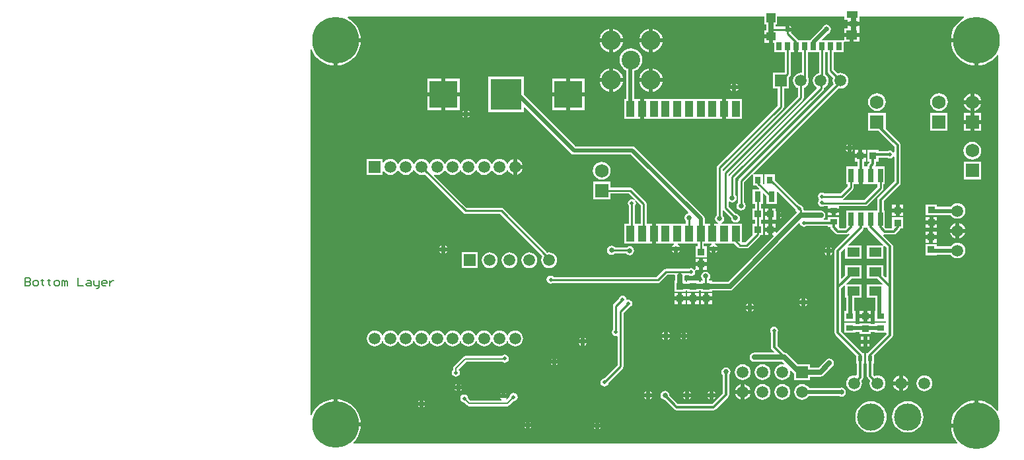
<source format=gbl>
G04*
G04 #@! TF.GenerationSoftware,Altium Limited,Altium Designer,18.1.9 (240)*
G04*
G04 Layer_Physical_Order=2*
G04 Layer_Color=16711680*
%FSLAX25Y25*%
%MOIN*%
G70*
G01*
G75*
%ADD12C,0.00700*%
%ADD14C,0.01000*%
%ADD17C,0.00800*%
%ADD21R,0.03150X0.03740*%
%ADD31R,0.03543X0.03740*%
%ADD35R,0.03740X0.03543*%
%ADD36R,0.03740X0.03150*%
%ADD68C,0.02000*%
%ADD69C,0.02500*%
%ADD70C,0.01200*%
%ADD72C,0.05984*%
%ADD73R,0.05984X0.05984*%
%ADD74C,0.09449*%
%ADD75C,0.09843*%
%ADD76C,0.05906*%
%ADD77R,0.05906X0.05906*%
%ADD78R,0.06890X0.06890*%
%ADD79C,0.06890*%
%ADD80C,0.13780*%
%ADD81C,0.23622*%
%ADD82C,0.02000*%
%ADD83C,0.02500*%
%ADD84R,0.02165X0.03150*%
%ADD85R,0.02559X0.06890*%
%ADD86R,0.15748X0.15748*%
%ADD87R,0.14173X0.13780*%
%ADD88R,0.03150X0.05512*%
%ADD89R,0.03937X0.07874*%
%ADD90R,0.06299X0.04724*%
%ADD91R,0.05512X0.03543*%
%ADD92R,0.03937X0.02756*%
%ADD93R,0.05709X0.04724*%
%ADD94R,0.04528X0.04724*%
%ADD95R,0.04528X0.04331*%
%ADD96R,0.02756X0.03937*%
G36*
X331571Y220360D02*
X331469Y219711D01*
X330242Y218959D01*
X328709Y217650D01*
X327399Y216116D01*
X326345Y214397D01*
X325574Y212534D01*
X325103Y210573D01*
X325023Y209563D01*
X337795D01*
Y208563D01*
X338795D01*
Y195791D01*
X339806Y195871D01*
X341766Y196341D01*
X343629Y197113D01*
X345349Y198167D01*
X346882Y199476D01*
X348192Y201010D01*
X348239Y201087D01*
X348720Y200952D01*
X348721Y21489D01*
X348239Y21354D01*
X348192Y21431D01*
X346882Y22965D01*
X345349Y24274D01*
X343629Y25328D01*
X341766Y26100D01*
X339806Y26570D01*
X338795Y26650D01*
Y13878D01*
X337795D01*
Y12878D01*
X325023D01*
X325103Y11868D01*
X325574Y9907D01*
X326345Y8044D01*
X327399Y6324D01*
X328294Y5277D01*
X328084Y4823D01*
X23525D01*
X23352Y5292D01*
X23457Y5382D01*
X24767Y6915D01*
X25820Y8634D01*
X26592Y10497D01*
X27062Y12458D01*
X27142Y13468D01*
X14370D01*
Y14469D01*
X13370D01*
Y27240D01*
X12360Y27161D01*
X10399Y26690D01*
X8536Y25918D01*
X6817Y24865D01*
X5283Y23555D01*
X3974Y22022D01*
X2920Y20303D01*
X2468Y19212D01*
X1969Y19312D01*
X1968Y203720D01*
X2468Y203819D01*
X2920Y202729D01*
X3974Y201010D01*
X5283Y199476D01*
X6817Y198167D01*
X8536Y197113D01*
X10399Y196341D01*
X12360Y195871D01*
X13370Y195791D01*
Y208563D01*
X14370D01*
Y209563D01*
X27142D01*
X27062Y210573D01*
X26592Y212534D01*
X25820Y214397D01*
X24767Y216116D01*
X23457Y217650D01*
X21924Y218959D01*
X20696Y219711D01*
X20595Y220360D01*
X20691Y220472D01*
X230791Y220472D01*
Y216382D01*
X231761D01*
Y213697D01*
X230791D01*
Y211531D01*
X234055D01*
Y210531D01*
X235055D01*
Y207366D01*
X235909D01*
Y202445D01*
X241089D01*
Y192090D01*
X241042Y192043D01*
X235299D01*
Y184138D01*
X237644D01*
Y175634D01*
X207186Y145176D01*
X206855Y144680D01*
X206738Y144095D01*
Y120090D01*
X206646Y120028D01*
X206148Y119283D01*
X205974Y118405D01*
X206148Y117528D01*
X206646Y116783D01*
X207390Y116286D01*
X207502Y116264D01*
X207453Y115764D01*
X205626D01*
Y110827D01*
X203626D01*
Y115764D01*
X200760D01*
Y118405D01*
X200604Y119186D01*
X200162Y119848D01*
X165714Y154296D01*
X165052Y154738D01*
X164272Y154894D01*
X135589D01*
X109366Y181116D01*
Y190075D01*
X91618D01*
Y172327D01*
X109366D01*
Y174695D01*
X109828Y174887D01*
X133302Y151412D01*
X133964Y150970D01*
X134744Y150815D01*
X163427D01*
X192586Y121656D01*
X192422Y121114D01*
X191937Y121017D01*
X191193Y120520D01*
X190696Y119775D01*
X190521Y118898D01*
X190696Y118020D01*
X191193Y117276D01*
X191286Y117213D01*
Y115764D01*
X176098D01*
Y110827D01*
Y105890D01*
X185106D01*
X185229Y105390D01*
X184598Y104969D01*
X184183Y104347D01*
X188258D01*
X187843Y104969D01*
X187212Y105390D01*
X187335Y105890D01*
X197191D01*
Y104445D01*
X196047D01*
Y98902D01*
X201787D01*
Y104445D01*
X200250D01*
Y105890D01*
X204303D01*
X204352Y105390D01*
X204240Y105368D01*
X203496Y104870D01*
X203080Y104248D01*
X207156D01*
X206740Y104870D01*
X205996Y105368D01*
X205884Y105390D01*
X205933Y105890D01*
X215471D01*
X217521Y103840D01*
X218017Y103508D01*
X218602Y103392D01*
X221850D01*
X222436Y103508D01*
X222932Y103840D01*
X228641Y109548D01*
X228972Y110045D01*
X228987Y110122D01*
X230331D01*
Y115862D01*
X229088D01*
Y117865D01*
X230331D01*
Y123605D01*
X229088D01*
Y125706D01*
X230035D01*
Y131158D01*
X230497Y131349D01*
X231972Y129874D01*
Y125706D01*
X237122D01*
Y132011D01*
X237584Y132202D01*
X246515Y123271D01*
X246640Y122645D01*
X247082Y121983D01*
X247169Y121925D01*
X247218Y121427D01*
X237092Y111301D01*
X236630Y111492D01*
Y111992D01*
X234858D01*
Y110122D01*
X235260D01*
X235451Y109660D01*
X212436Y86645D01*
X204543D01*
Y87122D01*
X202809D01*
Y87686D01*
X202902Y87748D01*
X203399Y88492D01*
X203574Y89370D01*
X203399Y90248D01*
X202902Y90992D01*
X202157Y91489D01*
X201279Y91664D01*
X200402Y91489D01*
X199657Y90992D01*
X199160Y90248D01*
X198985Y89370D01*
X199160Y88492D01*
X199657Y87748D01*
X199750Y87686D01*
Y87122D01*
X198803D01*
Y86645D01*
X197752D01*
Y87122D01*
X192012D01*
Y86645D01*
X191157D01*
Y87122D01*
X190582D01*
Y89173D01*
X190493Y89619D01*
X190810Y90006D01*
X192448D01*
X192456Y89995D01*
X193117Y89553D01*
X193898Y89398D01*
X194678Y89553D01*
X195340Y89995D01*
X195782Y90657D01*
X195937Y91437D01*
X195812Y92066D01*
X195783Y92212D01*
X195817Y92257D01*
X196126Y92602D01*
X196499Y92602D01*
X197917D01*
Y94374D01*
X196047D01*
Y93077D01*
X196047Y92720D01*
X195584Y92512D01*
X195340Y92879D01*
X194678Y93321D01*
X193898Y93476D01*
X193117Y93321D01*
X192734Y93065D01*
X189448D01*
X189023Y93150D01*
X181285D01*
X180700Y93033D01*
X180204Y92702D01*
X176433Y88931D01*
X124547D01*
X124473Y89040D01*
X123812Y89482D01*
X123031Y89638D01*
X122251Y89482D01*
X121590Y89040D01*
X121148Y88379D01*
X120992Y87598D01*
X121148Y86818D01*
X121590Y86156D01*
X122251Y85715D01*
X123031Y85559D01*
X123812Y85715D01*
X124048Y85872D01*
X177067D01*
X177652Y85989D01*
X178148Y86320D01*
X181919Y90091D01*
X185546D01*
X185863Y89704D01*
X185796Y89370D01*
X185971Y88492D01*
X185993Y88459D01*
Y87122D01*
X185417D01*
Y81579D01*
X191157D01*
Y82056D01*
X192012D01*
Y81579D01*
X197752D01*
Y82056D01*
X198803D01*
Y81579D01*
X204543D01*
Y82056D01*
X213386D01*
X214264Y82231D01*
X215008Y82728D01*
X248384Y116104D01*
X248926Y115939D01*
X249002Y115558D01*
X249444Y114897D01*
X250106Y114455D01*
X250886Y114299D01*
X251666Y114455D01*
X252044Y114707D01*
X262878D01*
Y114157D01*
X264139D01*
X264241Y113647D01*
X264595Y113118D01*
X266858Y110854D01*
X267388Y110501D01*
X268012Y110377D01*
X272244D01*
X272868Y110501D01*
X273398Y110854D01*
X273740Y110496D01*
X266760Y103516D01*
X266406Y102987D01*
X266282Y102362D01*
Y83791D01*
Y60728D01*
X266406Y60104D01*
X266760Y59575D01*
X277051Y49283D01*
Y45260D01*
X277502D01*
Y39509D01*
X277003Y39189D01*
X276142Y39302D01*
X275110Y39166D01*
X274148Y38768D01*
X273323Y38134D01*
X272689Y37308D01*
X272291Y36347D01*
X272155Y35315D01*
X272291Y34283D01*
X272689Y33321D01*
X273323Y32496D01*
X274148Y31862D01*
X275110Y31464D01*
X276142Y31328D01*
X277174Y31464D01*
X278135Y31862D01*
X278961Y32496D01*
X279594Y33321D01*
X279993Y34283D01*
X280129Y35315D01*
X279993Y36347D01*
X279843Y36709D01*
X280287Y37154D01*
X280641Y37683D01*
X280765Y38307D01*
Y45260D01*
X281217D01*
Y50409D01*
X280456D01*
X280287Y50661D01*
X269545Y61404D01*
Y83116D01*
X271106Y84677D01*
X271606Y84470D01*
Y78429D01*
X272173D01*
Y71768D01*
X271075D01*
Y66618D01*
X276815D01*
Y71768D01*
X276252D01*
Y78429D01*
X279906D01*
Y85154D01*
X272290D01*
X272083Y85654D01*
X274701Y88272D01*
X279906D01*
Y94996D01*
X271606D01*
Y89791D01*
X270007Y88192D01*
X269545Y88383D01*
Y101687D01*
X271144Y103286D01*
X271606Y103095D01*
Y98114D01*
X279906D01*
Y104839D01*
X273350D01*
X273159Y105300D01*
X280543Y112685D01*
X280897Y113214D01*
X281006Y113764D01*
X281610D01*
X281669Y113764D01*
X282110D01*
X282169Y113764D01*
X282832D01*
X282883Y113510D01*
X283236Y112980D01*
X290878Y105339D01*
X290671Y104839D01*
X290536Y104839D01*
X282630D01*
Y98114D01*
X290929D01*
Y104444D01*
X290929Y104580D01*
X291142Y104668D01*
X291429Y104787D01*
X292463Y103753D01*
Y88911D01*
X292001Y88719D01*
X290929Y89791D01*
Y94996D01*
X282630D01*
Y88272D01*
X287835D01*
X290453Y85654D01*
X290246Y85154D01*
X282630D01*
Y78429D01*
X286740D01*
Y71768D01*
X286571D01*
Y66618D01*
X292104Y66618D01*
X292320Y66240D01*
X292104Y65862D01*
X286571D01*
Y65327D01*
X284563D01*
Y65665D01*
X278823D01*
Y65327D01*
X276815D01*
Y65862D01*
X271075D01*
Y60713D01*
X276815D01*
Y61248D01*
X278823D01*
Y60122D01*
X284563D01*
Y61248D01*
X286571D01*
Y60713D01*
X292311Y60713D01*
X292463Y60276D01*
Y60124D01*
X283098Y50760D01*
X282864Y50409D01*
X282169D01*
Y45260D01*
X282621D01*
Y39016D01*
X282745Y38391D01*
X283098Y37862D01*
X284252Y36709D01*
X284102Y36347D01*
X283966Y35315D01*
X284102Y34283D01*
X284500Y33321D01*
X285134Y32496D01*
X285959Y31862D01*
X286921Y31464D01*
X287953Y31328D01*
X288985Y31464D01*
X289946Y31862D01*
X290772Y32496D01*
X291406Y33321D01*
X291804Y34283D01*
X291940Y35315D01*
X291804Y36347D01*
X291406Y37308D01*
X290772Y38134D01*
X289946Y38768D01*
X288985Y39166D01*
X287953Y39302D01*
X286921Y39166D01*
X286559Y39016D01*
X285883Y39691D01*
Y45260D01*
X286335D01*
Y49382D01*
X295248Y58295D01*
X295602Y58824D01*
X295726Y59449D01*
X295726Y59449D01*
Y84319D01*
Y104429D01*
X295602Y105053D01*
X295248Y105583D01*
X290822Y110009D01*
X291068Y110469D01*
X291535Y110377D01*
X296063D01*
X296687Y110501D01*
X297217Y110854D01*
X299284Y112921D01*
X299637Y113451D01*
X299660Y113567D01*
X301000D01*
Y119110D01*
X295260D01*
Y113639D01*
X292211D01*
X291669Y114181D01*
Y122653D01*
X291021D01*
Y127297D01*
X299185Y135461D01*
X299539Y135990D01*
X299663Y136614D01*
Y155413D01*
X299539Y156038D01*
X299185Y156567D01*
X292043Y163709D01*
Y171768D01*
X283154D01*
Y162878D01*
X288260D01*
X296400Y154738D01*
Y152082D01*
X295900Y151931D01*
X295635Y152328D01*
X294973Y152770D01*
X294193Y152925D01*
X293413Y152770D01*
X293035Y152517D01*
X288402D01*
Y153067D01*
X282858D01*
Y147327D01*
X283736D01*
X283890Y146827D01*
X283236Y146173D01*
X282883Y145644D01*
X282758Y145020D01*
Y144701D01*
X282169D01*
X282110Y144701D01*
X281669D01*
X281610Y144701D01*
X281021D01*
Y147327D01*
X282102D01*
Y149197D01*
X279331D01*
X276559D01*
Y147327D01*
X277758D01*
Y144701D01*
X277169D01*
X277110Y144701D01*
X276669D01*
X276610Y144701D01*
X272110D01*
Y135811D01*
X272860D01*
Y134964D01*
X269052Y131155D01*
X261252D01*
X260721Y131510D01*
X259941Y131665D01*
X259161Y131510D01*
X258499Y131068D01*
X258057Y130406D01*
X257902Y129626D01*
X258057Y128846D01*
X258344Y128416D01*
X258458Y128051D01*
X258344Y127686D01*
X258057Y127257D01*
X257902Y126476D01*
X258057Y125696D01*
X258499Y125034D01*
X259161Y124592D01*
X259941Y124437D01*
X260721Y124592D01*
X260957Y124750D01*
X262878D01*
Y123638D01*
X265748D01*
X268618D01*
Y124750D01*
X281791D01*
X282377Y124867D01*
X282873Y125198D01*
X290471Y132797D01*
X290803Y133293D01*
X290919Y133878D01*
Y135811D01*
X291669D01*
Y144701D01*
X287169D01*
X286915Y144941D01*
X286914Y144943D01*
X286847Y145201D01*
X287137Y145635D01*
X287261Y146260D01*
Y147327D01*
X288402D01*
Y149255D01*
X293035D01*
X293413Y149002D01*
X294193Y148847D01*
X294973Y149002D01*
X295635Y149444D01*
X295900Y149841D01*
X296400Y149689D01*
Y137290D01*
X288236Y129126D01*
X287883Y128597D01*
X287758Y127972D01*
Y122653D01*
X287169D01*
X287110Y122653D01*
X286669D01*
X286610Y122653D01*
X282169D01*
X282110Y122653D01*
X281669D01*
X281610Y122653D01*
X277169D01*
X277110Y122653D01*
X276669D01*
X276610Y122653D01*
X272110D01*
Y114181D01*
X271568Y113639D01*
X268939D01*
X268595Y114101D01*
X268618Y114157D01*
X268618D01*
Y119307D01*
X262878D01*
Y117970D01*
X260997D01*
X260845Y118470D01*
X260973Y118555D01*
X261470Y119299D01*
X261645Y120177D01*
X261470Y121055D01*
X260973Y121799D01*
X260228Y122297D01*
X259350Y122471D01*
X250742D01*
Y122736D01*
X250626Y123321D01*
X250561Y123418D01*
X250563Y123425D01*
X250408Y124206D01*
X249966Y124867D01*
X249304Y125309D01*
X248678Y125434D01*
X236138Y137974D01*
Y140862D01*
X230988D01*
Y135992D01*
X230511Y135782D01*
X230232Y136005D01*
Y140862D01*
X225425D01*
X225218Y141362D01*
X268132Y184276D01*
X268220Y184239D01*
X269252Y184104D01*
X270284Y184239D01*
X271245Y184638D01*
X272071Y185271D01*
X272705Y186097D01*
X273103Y187059D01*
X273239Y188091D01*
X273103Y189122D01*
X272705Y190084D01*
X272071Y190910D01*
X271245Y191543D01*
X270284Y191942D01*
X269252Y192077D01*
X268220Y191942D01*
X267756Y191749D01*
X265801Y193704D01*
Y202445D01*
X270980D01*
Y207486D01*
X271146Y207917D01*
X274000D01*
Y210279D01*
X271146D01*
Y208813D01*
X270980Y208382D01*
X260049D01*
X259858Y208844D01*
X262941Y211927D01*
X263083Y211955D01*
X263827Y212453D01*
X264324Y213197D01*
X264499Y214075D01*
X264324Y214953D01*
X263827Y215697D01*
X263083Y216194D01*
X262205Y216369D01*
X261327Y216194D01*
X260583Y215697D01*
X260085Y214953D01*
X260057Y214811D01*
X254168Y208922D01*
X253807Y208382D01*
X248085D01*
X248030Y208463D01*
X244240Y212253D01*
X244240Y212256D01*
X244656Y212878D01*
X242618D01*
Y213878D01*
X241618D01*
Y215916D01*
X240996Y215500D01*
X240934Y215407D01*
X236349D01*
Y216382D01*
X237319D01*
Y220472D01*
X271342Y220472D01*
Y218783D01*
X272917D01*
Y217791D01*
X278854D01*
Y218783D01*
Y220472D01*
X331475Y220472D01*
X331571Y220360D01*
D02*
G37*
G36*
X247949Y202445D02*
X249750D01*
Y192391D01*
X249374Y192061D01*
X249252Y192077D01*
X248220Y191942D01*
X247258Y191543D01*
X246433Y190910D01*
X245799Y190084D01*
X245401Y189122D01*
X245265Y188091D01*
X245401Y187059D01*
X245799Y186097D01*
X246433Y185271D01*
X247258Y184638D01*
X247683Y184462D01*
Y180063D01*
X210297Y142676D01*
X209797Y142884D01*
Y143461D01*
X240255Y173919D01*
X240586Y174415D01*
X240703Y175000D01*
Y184138D01*
X243205D01*
Y189880D01*
X243700Y190375D01*
X244031Y190871D01*
X244147Y191457D01*
Y202445D01*
X245949D01*
Y205413D01*
X247949D01*
Y202445D01*
D02*
G37*
G36*
X258412Y191967D02*
X258220Y191942D01*
X257259Y191543D01*
X256433Y190910D01*
X255799Y190084D01*
X255401Y189122D01*
X255265Y188091D01*
X255401Y187059D01*
X255799Y186097D01*
X256433Y185271D01*
X257148Y184723D01*
X257285Y184152D01*
X213584Y140452D01*
X213252Y139955D01*
X213250Y139943D01*
X212750Y139992D01*
Y140804D01*
X250294Y178348D01*
X250626Y178844D01*
X250742Y179429D01*
Y184429D01*
X251245Y184638D01*
X252071Y185271D01*
X252705Y186097D01*
X253103Y187059D01*
X253239Y188091D01*
X253103Y189122D01*
X252770Y189925D01*
X252809Y190118D01*
Y202445D01*
X258412D01*
Y191967D01*
D02*
G37*
G36*
X280390Y135811D02*
X281610D01*
X281669Y135811D01*
X282110D01*
X282169Y135811D01*
X286610D01*
X286669Y135811D01*
X287110D01*
X287169Y135811D01*
X287860D01*
Y134511D01*
X281158Y127809D01*
X270566D01*
X270414Y128309D01*
X270766Y128544D01*
X275471Y133249D01*
X275803Y133745D01*
X275919Y134331D01*
Y135811D01*
X276610D01*
X276669Y135811D01*
X277110D01*
X277169Y135811D01*
X278390D01*
Y140256D01*
X280390D01*
Y135811D01*
D02*
G37*
G36*
X262742Y193071D02*
X262859Y192486D01*
X263190Y191990D01*
X265593Y189586D01*
X265401Y189122D01*
X265265Y188091D01*
X265401Y187059D01*
X265749Y186219D01*
X218013Y138483D01*
X217682Y137987D01*
X217565Y137402D01*
Y126586D01*
X217472Y126524D01*
X216975Y125779D01*
X216800Y124902D01*
X216975Y124024D01*
X217472Y123279D01*
X218217Y122782D01*
X219094Y122608D01*
X219972Y122782D01*
X220717Y123279D01*
X221214Y124024D01*
X221389Y124902D01*
X221214Y125779D01*
X220717Y126524D01*
X220624Y126586D01*
Y136768D01*
X224583Y140727D01*
X225083Y140520D01*
Y135122D01*
X226724D01*
X228167Y133680D01*
X227975Y133218D01*
X224886D01*
Y125706D01*
X226030D01*
Y123605D01*
X224787D01*
Y117865D01*
X226030D01*
Y115862D01*
X224787D01*
Y110122D01*
X224787Y110122D01*
X224787D01*
X224514Y109748D01*
X221217Y106451D01*
X219406D01*
Y115764D01*
X209083D01*
X209034Y116264D01*
X209146Y116286D01*
X209890Y116783D01*
X210387Y117528D01*
X210562Y118405D01*
X210387Y119283D01*
X209890Y120028D01*
X209797Y120090D01*
Y122372D01*
X210297Y122579D01*
X214066Y118810D01*
X214044Y118701D01*
X214219Y117823D01*
X214716Y117079D01*
X215461Y116581D01*
X216339Y116407D01*
X217216Y116581D01*
X217961Y117079D01*
X218458Y117823D01*
X218633Y118701D01*
X218458Y119579D01*
X217961Y120323D01*
X217216Y120820D01*
X216339Y120995D01*
X216229Y120973D01*
X212750Y124452D01*
Y126922D01*
X213250Y127177D01*
X213787Y126818D01*
X214665Y126643D01*
X215543Y126818D01*
X216287Y127315D01*
X216785Y128059D01*
X216959Y128937D01*
X216785Y129815D01*
X216287Y130559D01*
X216195Y130621D01*
Y138737D01*
X260530Y183072D01*
X260862Y183568D01*
X260978Y184153D01*
Y184527D01*
X261245Y184638D01*
X262071Y185271D01*
X262705Y186097D01*
X263103Y187059D01*
X263239Y188091D01*
X263103Y189122D01*
X262705Y190084D01*
X262071Y190910D01*
X261470Y191371D01*
Y202445D01*
X262742D01*
Y193071D01*
D02*
G37*
%LPC*%
G36*
X243618Y215916D02*
Y214878D01*
X244656D01*
X244240Y215500D01*
X243618Y215916D01*
D02*
G37*
G36*
X278854Y215791D02*
X272917D01*
Y214642D01*
X271146D01*
Y212280D01*
X278854D01*
Y214413D01*
Y215791D01*
D02*
G37*
G36*
X174622Y214336D02*
Y209484D01*
X179473D01*
X179458Y209645D01*
X179119Y210761D01*
X178569Y211790D01*
X177829Y212691D01*
X176928Y213431D01*
X175899Y213981D01*
X174783Y214320D01*
X174622Y214336D01*
D02*
G37*
G36*
X154622D02*
Y209484D01*
X159474D01*
X159458Y209645D01*
X159119Y210761D01*
X158569Y211790D01*
X157829Y212691D01*
X156928Y213431D01*
X155899Y213981D01*
X154783Y214320D01*
X154622Y214336D01*
D02*
G37*
G36*
X172622Y214336D02*
X172461Y214320D01*
X171345Y213981D01*
X170317Y213431D01*
X169415Y212691D01*
X168675Y211790D01*
X168125Y210761D01*
X167787Y209645D01*
X167771Y209484D01*
X172622D01*
Y214336D01*
D02*
G37*
G36*
X152622D02*
X152461Y214320D01*
X151345Y213981D01*
X150317Y213431D01*
X149415Y212691D01*
X148675Y211790D01*
X148125Y210761D01*
X147786Y209645D01*
X147771Y209484D01*
X152622D01*
Y214336D01*
D02*
G37*
G36*
X278854Y210279D02*
X276000D01*
Y207917D01*
X278854D01*
Y210279D01*
D02*
G37*
G36*
X233055Y209531D02*
X230791D01*
Y207366D01*
X233055D01*
Y209531D01*
D02*
G37*
G36*
X179473Y207484D02*
X174622D01*
Y202633D01*
X174783Y202649D01*
X175899Y202987D01*
X176928Y203537D01*
X177829Y204277D01*
X178569Y205179D01*
X179119Y206207D01*
X179458Y207324D01*
X179473Y207484D01*
D02*
G37*
G36*
X159474D02*
X154622D01*
Y202633D01*
X154783Y202649D01*
X155899Y202987D01*
X156928Y203537D01*
X157829Y204277D01*
X158569Y205179D01*
X159119Y206207D01*
X159458Y207324D01*
X159474Y207484D01*
D02*
G37*
G36*
X172622D02*
X167771D01*
X167787Y207324D01*
X168125Y206207D01*
X168675Y205179D01*
X169415Y204277D01*
X170317Y203537D01*
X171345Y202987D01*
X172461Y202649D01*
X172622Y202633D01*
Y207484D01*
D02*
G37*
G36*
X152622D02*
X147771D01*
X147786Y207324D01*
X148125Y206207D01*
X148675Y205179D01*
X149415Y204277D01*
X150317Y203537D01*
X151345Y202987D01*
X152461Y202649D01*
X152622Y202633D01*
Y207484D01*
D02*
G37*
G36*
X336795Y207563D02*
X325023D01*
X325103Y206553D01*
X325574Y204592D01*
X326345Y202729D01*
X327399Y201010D01*
X328709Y199476D01*
X330242Y198167D01*
X331961Y197113D01*
X333824Y196341D01*
X335785Y195871D01*
X336795Y195791D01*
Y207563D01*
D02*
G37*
G36*
X27142D02*
X15370D01*
Y195791D01*
X16380Y195871D01*
X18341Y196341D01*
X20204Y197113D01*
X21924Y198167D01*
X23457Y199476D01*
X24767Y201010D01*
X25820Y202729D01*
X26592Y204592D01*
X27062Y206553D01*
X27142Y207563D01*
D02*
G37*
G36*
X174622Y194336D02*
Y189484D01*
X179473D01*
X179458Y189645D01*
X179119Y190761D01*
X178569Y191790D01*
X177829Y192692D01*
X176928Y193431D01*
X175899Y193981D01*
X174783Y194320D01*
X174622Y194336D01*
D02*
G37*
G36*
X154622D02*
Y189484D01*
X159474D01*
X159458Y189645D01*
X159119Y190761D01*
X158569Y191790D01*
X157829Y192692D01*
X156928Y193431D01*
X155899Y193981D01*
X154783Y194320D01*
X154622Y194336D01*
D02*
G37*
G36*
X172622Y194336D02*
X172461Y194320D01*
X171345Y193981D01*
X170317Y193431D01*
X169415Y192692D01*
X168675Y191790D01*
X168125Y190761D01*
X167787Y189645D01*
X167771Y189484D01*
X172622D01*
Y194336D01*
D02*
G37*
G36*
X152622D02*
X152461Y194320D01*
X151345Y193981D01*
X150317Y193431D01*
X149415Y192692D01*
X148675Y191790D01*
X148125Y190761D01*
X147786Y189645D01*
X147771Y189484D01*
X152622D01*
Y194336D01*
D02*
G37*
G36*
X216650Y186782D02*
Y185744D01*
X217688D01*
X217272Y186366D01*
X216650Y186782D01*
D02*
G37*
G36*
X214650D02*
X214027Y186366D01*
X213612Y185744D01*
X214650D01*
Y186782D01*
D02*
G37*
G36*
X217688Y183744D02*
X216650D01*
Y182706D01*
X217272Y183122D01*
X217688Y183744D01*
D02*
G37*
G36*
X214650D02*
X213612D01*
X214027Y183122D01*
X214650Y182706D01*
Y183744D01*
D02*
G37*
G36*
X179473Y187484D02*
X174622D01*
Y182633D01*
X174783Y182649D01*
X175899Y182987D01*
X176928Y183537D01*
X177829Y184277D01*
X178569Y185179D01*
X179119Y186207D01*
X179458Y187323D01*
X179473Y187484D01*
D02*
G37*
G36*
X159474D02*
X154622D01*
Y182633D01*
X154783Y182649D01*
X155899Y182987D01*
X156928Y183537D01*
X157829Y184277D01*
X158569Y185179D01*
X159119Y186207D01*
X159458Y187323D01*
X159474Y187484D01*
D02*
G37*
G36*
X172622D02*
X167771D01*
X167787Y187323D01*
X168125Y186207D01*
X168675Y185179D01*
X169415Y184277D01*
X170317Y183537D01*
X171345Y182987D01*
X172461Y182649D01*
X172622Y182633D01*
Y187484D01*
D02*
G37*
G36*
X152622D02*
X147771D01*
X147786Y187323D01*
X148125Y186207D01*
X148675Y185179D01*
X149415Y184277D01*
X150317Y183537D01*
X151345Y182987D01*
X152461Y182649D01*
X152622Y182633D01*
Y187484D01*
D02*
G37*
G36*
X140075Y189091D02*
X132988D01*
Y182201D01*
X140075D01*
Y189091D01*
D02*
G37*
G36*
X130988D02*
X123902D01*
Y182201D01*
X130988D01*
Y189091D01*
D02*
G37*
G36*
X77083D02*
X69996D01*
Y182201D01*
X77083D01*
Y189091D01*
D02*
G37*
G36*
X67996D02*
X60909D01*
Y182201D01*
X67996D01*
Y189091D01*
D02*
G37*
G36*
X336892Y181674D02*
Y178323D01*
X340244D01*
X340223Y178483D01*
X339775Y179564D01*
X339062Y180493D01*
X338134Y181205D01*
X337053Y181653D01*
X336892Y181674D01*
D02*
G37*
G36*
X334892Y181674D02*
X334732Y181653D01*
X333651Y181205D01*
X332722Y180493D01*
X332010Y179564D01*
X331562Y178483D01*
X331541Y178323D01*
X334892D01*
Y181674D01*
D02*
G37*
G36*
X140075Y180201D02*
X132988D01*
Y173311D01*
X140075D01*
Y180201D01*
D02*
G37*
G36*
X130988D02*
X123902D01*
Y173311D01*
X130988D01*
Y180201D01*
D02*
G37*
G36*
X77083Y180201D02*
X69996D01*
Y173311D01*
X77083D01*
Y180201D01*
D02*
G37*
G36*
X67996D02*
X60909D01*
Y173311D01*
X67996D01*
Y180201D01*
D02*
G37*
G36*
X340244Y176323D02*
X336892D01*
Y172971D01*
X337053Y172992D01*
X338134Y173440D01*
X339062Y174153D01*
X339775Y175081D01*
X340223Y176163D01*
X340244Y176323D01*
D02*
G37*
G36*
X334892D02*
X331541D01*
X331562Y176163D01*
X332010Y175081D01*
X332722Y174153D01*
X333651Y173440D01*
X334732Y172992D01*
X334892Y172971D01*
Y176323D01*
D02*
G37*
G36*
X318898Y181806D02*
X317737Y181653D01*
X316656Y181205D01*
X315727Y180493D01*
X315015Y179564D01*
X314567Y178483D01*
X314414Y177323D01*
X314567Y176163D01*
X315015Y175081D01*
X315727Y174153D01*
X316656Y173440D01*
X317737Y172992D01*
X318898Y172840D01*
X320058Y172992D01*
X321139Y173440D01*
X322068Y174153D01*
X322780Y175081D01*
X323228Y176163D01*
X323381Y177323D01*
X323228Y178483D01*
X322780Y179564D01*
X322068Y180493D01*
X321139Y181205D01*
X320058Y181653D01*
X318898Y181806D01*
D02*
G37*
G36*
X287598D02*
X286438Y181653D01*
X285357Y181205D01*
X284428Y180493D01*
X283716Y179564D01*
X283268Y178483D01*
X283115Y177323D01*
X283268Y176163D01*
X283716Y175081D01*
X284428Y174153D01*
X285357Y173440D01*
X286438Y172992D01*
X287598Y172840D01*
X288759Y172992D01*
X289840Y173440D01*
X290769Y174153D01*
X291481Y175081D01*
X291929Y176163D01*
X292082Y177323D01*
X291929Y178483D01*
X291481Y179564D01*
X290769Y180493D01*
X289840Y181205D01*
X288759Y181653D01*
X287598Y181806D01*
D02*
G37*
G36*
X81315Y172997D02*
Y172260D01*
X82052D01*
X81757Y172702D01*
X81315Y172997D01*
D02*
G37*
G36*
X79315D02*
X78873Y172702D01*
X78578Y172260D01*
X79315D01*
Y172997D01*
D02*
G37*
G36*
X82052Y170260D02*
X81315D01*
Y169523D01*
X81757Y169818D01*
X82052Y170260D01*
D02*
G37*
G36*
X79315D02*
X78578D01*
X78873Y169818D01*
X79315Y169523D01*
Y170260D01*
D02*
G37*
G36*
X219406Y178756D02*
X211531D01*
Y173819D01*
Y168882D01*
X219406D01*
Y178756D01*
D02*
G37*
G36*
X209531D02*
X170193D01*
Y173819D01*
Y168882D01*
X209531D01*
Y173819D01*
Y178756D01*
D02*
G37*
G36*
X163480Y204400D02*
X161986Y204203D01*
X160593Y203626D01*
X159398Y202709D01*
X158480Y201513D01*
X157903Y200120D01*
X157706Y198626D01*
X157903Y197132D01*
X158480Y195739D01*
X159398Y194543D01*
X160593Y193626D01*
X161248Y193354D01*
Y178756D01*
X160319D01*
Y168882D01*
X168193D01*
Y173819D01*
Y178756D01*
X165327D01*
Y193195D01*
X166367Y193626D01*
X167563Y194543D01*
X168481Y195739D01*
X169057Y197132D01*
X169254Y198626D01*
X169057Y200120D01*
X168481Y201513D01*
X167563Y202709D01*
X166367Y203626D01*
X164975Y204203D01*
X163480Y204400D01*
D02*
G37*
G36*
X340337Y171768D02*
X336892D01*
Y168323D01*
X340337D01*
Y171768D01*
D02*
G37*
G36*
X334892D02*
X331448D01*
Y168323D01*
X334892D01*
Y171768D01*
D02*
G37*
G36*
X340337Y166323D02*
X336892D01*
Y162878D01*
X340337D01*
Y166323D01*
D02*
G37*
G36*
X334892D02*
X331448D01*
Y162878D01*
X334892D01*
Y166323D01*
D02*
G37*
G36*
X323342Y171768D02*
X314453D01*
Y162878D01*
X323342D01*
Y171768D01*
D02*
G37*
G36*
X274721Y155773D02*
Y155035D01*
X275458D01*
X275162Y155477D01*
X274721Y155773D01*
D02*
G37*
G36*
X272721D02*
X272278Y155477D01*
X271983Y155035D01*
X272721D01*
Y155773D01*
D02*
G37*
G36*
X275458Y153035D02*
X274721D01*
Y152298D01*
X275162Y152594D01*
X275458Y153035D01*
D02*
G37*
G36*
X272721D02*
X271983D01*
X272278Y152594D01*
X272721Y152298D01*
Y153035D01*
D02*
G37*
G36*
X282102Y153067D02*
X280331D01*
Y151197D01*
X282102D01*
Y153067D01*
D02*
G37*
G36*
X278331D02*
X276559D01*
X276559Y153065D01*
Y151197D01*
X278331D01*
Y153067D01*
D02*
G37*
G36*
X335827Y157239D02*
X334666Y157086D01*
X333585Y156639D01*
X332657Y155926D01*
X331944Y154998D01*
X331496Y153916D01*
X331344Y152756D01*
X331496Y151596D01*
X331944Y150514D01*
X332657Y149586D01*
X333585Y148873D01*
X334666Y148425D01*
X335827Y148273D01*
X336987Y148425D01*
X338068Y148873D01*
X338997Y149586D01*
X339709Y150514D01*
X340157Y151596D01*
X340310Y152756D01*
X340157Y153916D01*
X339709Y154998D01*
X338997Y155926D01*
X338068Y156639D01*
X336987Y157086D01*
X335827Y157239D01*
D02*
G37*
G36*
X97244Y148613D02*
X96202Y148476D01*
X95231Y148074D01*
X94397Y147434D01*
X93757Y146600D01*
X93578Y146167D01*
X93037D01*
X92857Y146600D01*
X92217Y147434D01*
X91383Y148074D01*
X90412Y148476D01*
X89370Y148613D01*
X88328Y148476D01*
X87357Y148074D01*
X86523Y147434D01*
X85883Y146600D01*
X85704Y146167D01*
X85163D01*
X84983Y146600D01*
X84343Y147434D01*
X83509Y148074D01*
X82538Y148476D01*
X81496Y148613D01*
X80454Y148476D01*
X79483Y148074D01*
X78649Y147434D01*
X78009Y146600D01*
X77830Y146167D01*
X77288D01*
X77109Y146600D01*
X76469Y147434D01*
X75635Y148074D01*
X74664Y148476D01*
X73622Y148613D01*
X72580Y148476D01*
X71609Y148074D01*
X70775Y147434D01*
X70135Y146600D01*
X69956Y146167D01*
X69414D01*
X69235Y146600D01*
X68595Y147434D01*
X67761Y148074D01*
X66790Y148476D01*
X65748Y148613D01*
X64706Y148476D01*
X63735Y148074D01*
X62901Y147434D01*
X62261Y146600D01*
X62082Y146167D01*
X61540D01*
X61361Y146600D01*
X60721Y147434D01*
X59887Y148074D01*
X58916Y148476D01*
X57874Y148613D01*
X56832Y148476D01*
X55861Y148074D01*
X55027Y147434D01*
X54387Y146600D01*
X54208Y146167D01*
X53666D01*
X53487Y146600D01*
X52847Y147434D01*
X52013Y148074D01*
X51042Y148476D01*
X50000Y148613D01*
X48958Y148476D01*
X47987Y148074D01*
X47153Y147434D01*
X46513Y146600D01*
X46334Y146167D01*
X45792D01*
X45613Y146600D01*
X44973Y147434D01*
X44139Y148074D01*
X43168Y148476D01*
X42126Y148613D01*
X41084Y148476D01*
X40113Y148074D01*
X39279Y147434D01*
X38744Y146737D01*
X38244Y146907D01*
Y148579D01*
X30260D01*
Y140594D01*
X38244D01*
Y142266D01*
X38744Y142436D01*
X39279Y141739D01*
X40113Y141100D01*
X41084Y140697D01*
X42126Y140560D01*
X43168Y140697D01*
X44139Y141100D01*
X44973Y141739D01*
X45613Y142573D01*
X45792Y143006D01*
X46334D01*
X46513Y142573D01*
X47153Y141739D01*
X47987Y141100D01*
X48958Y140697D01*
X50000Y140560D01*
X51042Y140697D01*
X52013Y141100D01*
X52847Y141739D01*
X53487Y142573D01*
X53666Y143006D01*
X54208D01*
X54387Y142573D01*
X55027Y141739D01*
X55861Y141100D01*
X56832Y140697D01*
X57874Y140560D01*
X58916Y140697D01*
X59400Y140898D01*
X78938Y121360D01*
X79434Y121028D01*
X80020Y120912D01*
X97398D01*
X118839Y99471D01*
X118811Y99434D01*
X118413Y98473D01*
X118277Y97441D01*
X118413Y96409D01*
X118811Y95447D01*
X119445Y94622D01*
X120270Y93988D01*
X121232Y93590D01*
X122264Y93454D01*
X123296Y93590D01*
X124257Y93988D01*
X125083Y94622D01*
X125716Y95447D01*
X126115Y96409D01*
X126251Y97441D01*
X126115Y98473D01*
X125716Y99434D01*
X125083Y100260D01*
X124257Y100894D01*
X123296Y101292D01*
X122264Y101428D01*
X121330Y101305D01*
X99113Y123522D01*
X98617Y123854D01*
X98032Y123970D01*
X80653D01*
X64299Y140325D01*
X64582Y140749D01*
X64706Y140697D01*
X65748Y140560D01*
X66790Y140697D01*
X67761Y141100D01*
X68595Y141739D01*
X69235Y142573D01*
X69414Y143006D01*
X69956D01*
X70135Y142573D01*
X70775Y141739D01*
X71609Y141100D01*
X72580Y140697D01*
X73622Y140560D01*
X74664Y140697D01*
X75635Y141100D01*
X76469Y141739D01*
X77109Y142573D01*
X77288Y143006D01*
X77830D01*
X78009Y142573D01*
X78649Y141739D01*
X79483Y141100D01*
X80454Y140697D01*
X81496Y140560D01*
X82538Y140697D01*
X83509Y141100D01*
X84343Y141739D01*
X84983Y142573D01*
X85163Y143006D01*
X85704D01*
X85883Y142573D01*
X86523Y141739D01*
X87357Y141100D01*
X88328Y140697D01*
X89370Y140560D01*
X90412Y140697D01*
X91383Y141100D01*
X92217Y141739D01*
X92857Y142573D01*
X93037Y143006D01*
X93578D01*
X93757Y142573D01*
X94397Y141739D01*
X95231Y141100D01*
X96202Y140697D01*
X97244Y140560D01*
X98286Y140697D01*
X99257Y141100D01*
X100091Y141739D01*
X100731Y142573D01*
X100910Y143006D01*
X101452D01*
X101631Y142573D01*
X102271Y141739D01*
X103105Y141100D01*
X104076Y140697D01*
X104118Y140692D01*
Y144587D01*
Y148482D01*
X104076Y148476D01*
X103105Y148074D01*
X102271Y147434D01*
X101631Y146600D01*
X101452Y146167D01*
X100910D01*
X100731Y146600D01*
X100091Y147434D01*
X99257Y148074D01*
X98286Y148476D01*
X97244Y148613D01*
D02*
G37*
G36*
X106118Y148482D02*
Y145587D01*
X109013D01*
X109008Y145629D01*
X108605Y146600D01*
X107965Y147434D01*
X107131Y148074D01*
X106160Y148476D01*
X106118Y148482D01*
D02*
G37*
G36*
X109013Y143587D02*
X106118D01*
Y140692D01*
X106160Y140697D01*
X107131Y141100D01*
X107965Y141739D01*
X108605Y142573D01*
X109008Y143544D01*
X109013Y143587D01*
D02*
G37*
G36*
X340272Y147201D02*
X331382D01*
Y138311D01*
X340272D01*
Y147201D01*
D02*
G37*
G36*
X148819Y147101D02*
X147659Y146949D01*
X146577Y146501D01*
X145649Y145788D01*
X144936Y144860D01*
X144488Y143779D01*
X144336Y142618D01*
X144488Y141458D01*
X144936Y140376D01*
X145649Y139448D01*
X146577Y138735D01*
X147659Y138288D01*
X148819Y138135D01*
X149979Y138288D01*
X151060Y138735D01*
X151989Y139448D01*
X152701Y140376D01*
X153149Y141458D01*
X153302Y142618D01*
X153149Y143779D01*
X152701Y144860D01*
X151989Y145788D01*
X151060Y146501D01*
X149979Y146949D01*
X148819Y147101D01*
D02*
G37*
G36*
X153264Y137063D02*
X144374D01*
Y128173D01*
X153264D01*
Y131089D01*
X162615D01*
X165601Y128102D01*
X165282Y127714D01*
X164757Y128065D01*
X163976Y128220D01*
X163196Y128065D01*
X162534Y127623D01*
X162092Y126962D01*
X161937Y126181D01*
X162092Y125401D01*
X162447Y124870D01*
Y115764D01*
X160319D01*
Y105890D01*
X174098D01*
Y110827D01*
Y115764D01*
X171411D01*
Y125984D01*
X171295Y126569D01*
X170963Y127066D01*
X164330Y133700D01*
X163833Y134031D01*
X163248Y134148D01*
X153264D01*
Y137063D01*
D02*
G37*
G36*
X328248Y126349D02*
X327216Y126213D01*
X326255Y125815D01*
X325429Y125181D01*
X324830Y124401D01*
X317929D01*
Y125606D01*
X312189D01*
Y120063D01*
X317929D01*
Y120323D01*
X324830D01*
X325429Y119543D01*
X326255Y118910D01*
X327216Y118511D01*
X328248Y118375D01*
X329280Y118511D01*
X330241Y118910D01*
X331067Y119543D01*
X331701Y120369D01*
X332099Y121330D01*
X332235Y122362D01*
X332099Y123394D01*
X331701Y124356D01*
X331067Y125181D01*
X330241Y125815D01*
X329280Y126213D01*
X328248Y126349D01*
D02*
G37*
G36*
X301000Y125409D02*
X299130D01*
Y123638D01*
X301000D01*
Y125409D01*
D02*
G37*
G36*
X297130D02*
X295260D01*
Y123638D01*
X297130D01*
Y125409D01*
D02*
G37*
G36*
X232858Y123605D02*
X231087D01*
Y121735D01*
X232858D01*
Y123605D01*
D02*
G37*
G36*
X238795Y121914D02*
Y121177D01*
X239532D01*
X239237Y121619D01*
X238795Y121914D01*
D02*
G37*
G36*
X268618Y121638D02*
X266748D01*
Y120063D01*
X268618D01*
Y121638D01*
D02*
G37*
G36*
X264748D02*
X262878D01*
Y120063D01*
X264748D01*
Y121638D01*
D02*
G37*
G36*
X301000D02*
X299130D01*
Y119866D01*
X301000D01*
Y121638D01*
D02*
G37*
G36*
X297130D02*
X295260D01*
Y119866D01*
X297130D01*
Y121638D01*
D02*
G37*
G36*
X239532Y119177D02*
X238795D01*
Y118440D01*
X239237Y118735D01*
X239532Y119177D01*
D02*
G37*
G36*
X236630Y123605D02*
X234858D01*
Y120735D01*
Y117865D01*
X236630D01*
Y117995D01*
X236795Y118086D01*
Y120177D01*
Y122268D01*
X236630Y122360D01*
Y123605D01*
D02*
G37*
G36*
X232858Y119735D02*
X231087D01*
Y117865D01*
X232858D01*
Y119735D01*
D02*
G37*
G36*
X317929Y119307D02*
X316059D01*
Y117535D01*
X317929D01*
Y119307D01*
D02*
G37*
G36*
X314059D02*
X312189D01*
Y117535D01*
X314059D01*
Y119307D01*
D02*
G37*
G36*
X236630Y115862D02*
X234858D01*
Y113992D01*
X236630D01*
Y115862D01*
D02*
G37*
G36*
X232858D02*
X231087D01*
Y113992D01*
X232858D01*
Y115862D01*
D02*
G37*
G36*
X317929Y115535D02*
X316059D01*
Y113764D01*
X317929D01*
Y115535D01*
D02*
G37*
G36*
X314059D02*
X312189D01*
Y113764D01*
X314059D01*
Y115535D01*
D02*
G37*
G36*
X329248Y116217D02*
Y113362D01*
X332103D01*
X332099Y113394D01*
X331701Y114356D01*
X331067Y115181D01*
X330241Y115815D01*
X329280Y116213D01*
X329248Y116217D01*
D02*
G37*
G36*
X327248Y116217D02*
X327216Y116213D01*
X326255Y115815D01*
X325429Y115181D01*
X324795Y114356D01*
X324397Y113394D01*
X324393Y113362D01*
X327248D01*
Y116217D01*
D02*
G37*
G36*
X232858Y111992D02*
X231087D01*
Y110122D01*
X232858D01*
Y111992D01*
D02*
G37*
G36*
X317831Y111827D02*
X315961D01*
Y110055D01*
X317831D01*
Y111827D01*
D02*
G37*
G36*
X313961D02*
X312090D01*
Y110055D01*
X313961D01*
Y111827D01*
D02*
G37*
G36*
X327248Y111362D02*
X324393D01*
X324397Y111330D01*
X324795Y110369D01*
X325429Y109543D01*
X326255Y108909D01*
X327216Y108511D01*
X327248Y108507D01*
Y111362D01*
D02*
G37*
G36*
X332103D02*
X329248D01*
Y108507D01*
X329280Y108511D01*
X330241Y108909D01*
X331067Y109543D01*
X331701Y110369D01*
X332099Y111330D01*
X332103Y111362D01*
D02*
G37*
G36*
X317831Y108055D02*
X315961D01*
Y106283D01*
X317831D01*
Y108055D01*
D02*
G37*
G36*
X313961D02*
X312090D01*
Y106283D01*
X313961D01*
Y108055D01*
D02*
G37*
G36*
X328248Y106349D02*
X327216Y106213D01*
X326255Y105815D01*
X325429Y105181D01*
X324830Y104401D01*
X317831D01*
Y105528D01*
X312090D01*
Y99984D01*
X317831D01*
Y100323D01*
X324830D01*
X325429Y99543D01*
X326255Y98909D01*
X327216Y98511D01*
X328248Y98375D01*
X329280Y98511D01*
X330241Y98909D01*
X331067Y99543D01*
X331701Y100369D01*
X332099Y101330D01*
X332235Y102362D01*
X332099Y103394D01*
X331701Y104356D01*
X331067Y105181D01*
X330241Y105815D01*
X329280Y106213D01*
X328248Y106349D01*
D02*
G37*
G36*
X69898Y104794D02*
Y103756D01*
X70935D01*
X70520Y104378D01*
X69898Y104794D01*
D02*
G37*
G36*
X67898D02*
X67276Y104378D01*
X66860Y103756D01*
X67898D01*
Y104794D01*
D02*
G37*
G36*
X264090Y104105D02*
Y103067D01*
X265128D01*
X264713Y103689D01*
X264090Y104105D01*
D02*
G37*
G36*
X262090D02*
X261468Y103689D01*
X261053Y103067D01*
X262090D01*
Y104105D01*
D02*
G37*
G36*
X188258Y102347D02*
X187221D01*
Y101309D01*
X187843Y101724D01*
X188258Y102347D01*
D02*
G37*
G36*
X185221D02*
X184183D01*
X184598Y101724D01*
X185221Y101309D01*
Y102347D01*
D02*
G37*
G36*
X207156Y102248D02*
X206118D01*
Y101210D01*
X206740Y101626D01*
X207156Y102248D01*
D02*
G37*
G36*
X204118D02*
X203080D01*
X203496Y101626D01*
X204118Y101210D01*
Y102248D01*
D02*
G37*
G36*
X70935Y101756D02*
X69898D01*
Y100718D01*
X70520Y101134D01*
X70935Y101756D01*
D02*
G37*
G36*
X67898D02*
X66860D01*
X67276Y101134D01*
X67898Y100718D01*
Y101756D01*
D02*
G37*
G36*
X265128Y101067D02*
X264090D01*
Y100029D01*
X264713Y100445D01*
X265128Y101067D01*
D02*
G37*
G36*
X262090D02*
X261053D01*
X261468Y100445D01*
X262090Y100029D01*
Y101067D01*
D02*
G37*
G36*
X153740Y104755D02*
X152862Y104580D01*
X152118Y104083D01*
X151621Y103339D01*
X151446Y102461D01*
X151621Y101583D01*
X152118Y100838D01*
X152862Y100341D01*
X153740Y100166D01*
X154618Y100341D01*
X155362Y100838D01*
X155424Y100931D01*
X161078D01*
X161272Y100642D01*
X162016Y100144D01*
X162894Y99970D01*
X163772Y100144D01*
X164516Y100642D01*
X165013Y101386D01*
X165188Y102264D01*
X165013Y103142D01*
X164516Y103886D01*
X163772Y104383D01*
X162894Y104558D01*
X162016Y104383D01*
X161427Y103990D01*
X155424D01*
X155362Y104083D01*
X154618Y104580D01*
X153740Y104755D01*
D02*
G37*
G36*
X201787Y98146D02*
X199917D01*
Y96374D01*
X201787D01*
Y98146D01*
D02*
G37*
G36*
X197917D02*
X196047D01*
Y96374D01*
X197917D01*
Y98146D01*
D02*
G37*
G36*
X86216Y101394D02*
X78311D01*
Y93488D01*
X86216D01*
Y101394D01*
D02*
G37*
G36*
X112264Y101428D02*
X111232Y101292D01*
X110270Y100894D01*
X109445Y100260D01*
X108811Y99434D01*
X108413Y98473D01*
X108277Y97441D01*
X108413Y96409D01*
X108811Y95447D01*
X109445Y94622D01*
X110270Y93988D01*
X111232Y93590D01*
X112264Y93454D01*
X113296Y93590D01*
X114257Y93988D01*
X115083Y94622D01*
X115717Y95447D01*
X116115Y96409D01*
X116251Y97441D01*
X116115Y98473D01*
X115717Y99434D01*
X115083Y100260D01*
X114257Y100894D01*
X113296Y101292D01*
X112264Y101428D01*
D02*
G37*
G36*
X102264D02*
X101232Y101292D01*
X100270Y100894D01*
X99445Y100260D01*
X98811Y99434D01*
X98413Y98473D01*
X98277Y97441D01*
X98413Y96409D01*
X98811Y95447D01*
X99445Y94622D01*
X100270Y93988D01*
X101232Y93590D01*
X102264Y93454D01*
X103296Y93590D01*
X104257Y93988D01*
X105083Y94622D01*
X105717Y95447D01*
X106115Y96409D01*
X106251Y97441D01*
X106115Y98473D01*
X105717Y99434D01*
X105083Y100260D01*
X104257Y100894D01*
X103296Y101292D01*
X102264Y101428D01*
D02*
G37*
G36*
X92264D02*
X91232Y101292D01*
X90270Y100894D01*
X89445Y100260D01*
X88811Y99434D01*
X88413Y98473D01*
X88277Y97441D01*
X88413Y96409D01*
X88811Y95447D01*
X89445Y94622D01*
X90270Y93988D01*
X91232Y93590D01*
X92264Y93454D01*
X93296Y93590D01*
X94257Y93988D01*
X95083Y94622D01*
X95717Y95447D01*
X96115Y96409D01*
X96251Y97441D01*
X96115Y98473D01*
X95717Y99434D01*
X95083Y100260D01*
X94257Y100894D01*
X93296Y101292D01*
X92264Y101428D01*
D02*
G37*
G36*
X201787Y94374D02*
X199917D01*
Y92602D01*
X201787D01*
Y94374D01*
D02*
G37*
G36*
X204543Y80823D02*
X202673D01*
Y79051D01*
X204543D01*
Y80823D01*
D02*
G37*
G36*
X200673D02*
X198803D01*
Y79051D01*
X200673D01*
Y80823D01*
D02*
G37*
G36*
X197752D02*
X195882D01*
Y79051D01*
X197752D01*
Y80823D01*
D02*
G37*
G36*
X193882D02*
X192012D01*
Y79051D01*
X193882D01*
Y80823D01*
D02*
G37*
G36*
X191157D02*
X189287D01*
Y79051D01*
X191157D01*
Y80823D01*
D02*
G37*
G36*
X187287D02*
X185417D01*
Y79051D01*
X187287D01*
Y80823D01*
D02*
G37*
G36*
X251492Y78121D02*
Y77083D01*
X252530D01*
X252114Y77705D01*
X251492Y78121D01*
D02*
G37*
G36*
X249492D02*
X248870Y77705D01*
X248454Y77083D01*
X249492D01*
Y78121D01*
D02*
G37*
G36*
X204543Y77051D02*
X202673D01*
Y75279D01*
X204543D01*
Y77051D01*
D02*
G37*
G36*
X200673D02*
X198803D01*
Y75279D01*
X200673D01*
Y77051D01*
D02*
G37*
G36*
X197752D02*
X195882D01*
Y75279D01*
X197752D01*
Y77051D01*
D02*
G37*
G36*
X193882D02*
X192012D01*
Y75279D01*
X193882D01*
Y77051D01*
D02*
G37*
G36*
X191157D02*
X189287D01*
Y75279D01*
X191157D01*
Y77051D01*
D02*
G37*
G36*
X187287D02*
X185417D01*
Y75279D01*
X187287D01*
Y77051D01*
D02*
G37*
G36*
X224622Y75463D02*
Y74425D01*
X225660D01*
X225244Y75047D01*
X224622Y75463D01*
D02*
G37*
G36*
X222622D02*
X222000Y75047D01*
X221584Y74425D01*
X222622D01*
Y75463D01*
D02*
G37*
G36*
X252530Y75083D02*
X251492D01*
Y74045D01*
X252114Y74461D01*
X252530Y75083D01*
D02*
G37*
G36*
X249492D02*
X248454D01*
X248870Y74461D01*
X249492Y74045D01*
Y75083D01*
D02*
G37*
G36*
X225660Y72425D02*
X224622D01*
Y71387D01*
X225244Y71803D01*
X225660Y72425D01*
D02*
G37*
G36*
X222622D02*
X221584D01*
X222000Y71803D01*
X222622Y71387D01*
Y72425D01*
D02*
G37*
G36*
X284563Y71965D02*
X282693D01*
Y70193D01*
X284563D01*
Y71965D01*
D02*
G37*
G36*
X280693D02*
X278823D01*
Y70193D01*
X280693D01*
Y71965D01*
D02*
G37*
G36*
X284563Y68193D02*
X282693D01*
Y66421D01*
X284563D01*
Y68193D01*
D02*
G37*
G36*
X280693D02*
X278823D01*
Y66421D01*
X280693D01*
Y68193D01*
D02*
G37*
G36*
X182102Y61388D02*
Y60350D01*
X183140D01*
X182724Y60973D01*
X182102Y61388D01*
D02*
G37*
G36*
X180102D02*
X179480Y60973D01*
X179065Y60350D01*
X180102D01*
Y61388D01*
D02*
G37*
G36*
X191256Y60989D02*
Y60252D01*
X191993D01*
X191698Y60694D01*
X191256Y60989D01*
D02*
G37*
G36*
X189256D02*
X188814Y60694D01*
X188519Y60252D01*
X189256D01*
Y60989D01*
D02*
G37*
G36*
X105118Y61999D02*
X104076Y61862D01*
X103105Y61460D01*
X102271Y60820D01*
X101631Y59986D01*
X101452Y59553D01*
X100910D01*
X100731Y59986D01*
X100091Y60820D01*
X99257Y61460D01*
X98286Y61862D01*
X97244Y61999D01*
X96202Y61862D01*
X95231Y61460D01*
X94397Y60820D01*
X93757Y59986D01*
X93578Y59553D01*
X93037D01*
X92857Y59986D01*
X92217Y60820D01*
X91383Y61460D01*
X90412Y61862D01*
X89370Y61999D01*
X88328Y61862D01*
X87357Y61460D01*
X86523Y60820D01*
X85883Y59986D01*
X85704Y59553D01*
X85163D01*
X84983Y59986D01*
X84343Y60820D01*
X83509Y61460D01*
X82538Y61862D01*
X81496Y61999D01*
X80454Y61862D01*
X79483Y61460D01*
X78649Y60820D01*
X78009Y59986D01*
X77830Y59553D01*
X77288D01*
X77109Y59986D01*
X76469Y60820D01*
X75635Y61460D01*
X74664Y61862D01*
X73622Y61999D01*
X72580Y61862D01*
X71609Y61460D01*
X70775Y60820D01*
X70135Y59986D01*
X69956Y59553D01*
X69414D01*
X69235Y59986D01*
X68595Y60820D01*
X67761Y61460D01*
X66790Y61862D01*
X65748Y61999D01*
X64706Y61862D01*
X63735Y61460D01*
X62901Y60820D01*
X62261Y59986D01*
X62082Y59553D01*
X61540D01*
X61361Y59986D01*
X60721Y60820D01*
X59887Y61460D01*
X58916Y61862D01*
X57874Y61999D01*
X56832Y61862D01*
X55861Y61460D01*
X55027Y60820D01*
X54387Y59986D01*
X54208Y59553D01*
X53666D01*
X53487Y59986D01*
X52847Y60820D01*
X52013Y61460D01*
X51042Y61862D01*
X50000Y61999D01*
X48958Y61862D01*
X47987Y61460D01*
X47153Y60820D01*
X46513Y59986D01*
X46334Y59553D01*
X45792D01*
X45613Y59986D01*
X44973Y60820D01*
X44139Y61460D01*
X43168Y61862D01*
X42126Y61999D01*
X41084Y61862D01*
X40113Y61460D01*
X39279Y60820D01*
X38639Y59986D01*
X38460Y59553D01*
X37918D01*
X37739Y59986D01*
X37099Y60820D01*
X36265Y61460D01*
X35294Y61862D01*
X34252Y61999D01*
X33210Y61862D01*
X32239Y61460D01*
X31405Y60820D01*
X30765Y59986D01*
X30363Y59015D01*
X30225Y57973D01*
X30363Y56930D01*
X30765Y55959D01*
X31405Y55125D01*
X32239Y54485D01*
X33210Y54083D01*
X34252Y53946D01*
X35294Y54083D01*
X36265Y54485D01*
X37099Y55125D01*
X37739Y55959D01*
X37918Y56392D01*
X38460D01*
X38639Y55959D01*
X39279Y55125D01*
X40113Y54485D01*
X41084Y54083D01*
X42126Y53946D01*
X43168Y54083D01*
X44139Y54485D01*
X44973Y55125D01*
X45613Y55959D01*
X45792Y56392D01*
X46334D01*
X46513Y55959D01*
X47153Y55125D01*
X47987Y54485D01*
X48958Y54083D01*
X50000Y53946D01*
X51042Y54083D01*
X52013Y54485D01*
X52847Y55125D01*
X53487Y55959D01*
X53666Y56392D01*
X54208D01*
X54387Y55959D01*
X55027Y55125D01*
X55861Y54485D01*
X56832Y54083D01*
X57874Y53946D01*
X58916Y54083D01*
X59887Y54485D01*
X60721Y55125D01*
X61361Y55959D01*
X61540Y56392D01*
X62082D01*
X62261Y55959D01*
X62901Y55125D01*
X63735Y54485D01*
X64706Y54083D01*
X65748Y53946D01*
X66790Y54083D01*
X67761Y54485D01*
X68595Y55125D01*
X69235Y55959D01*
X69414Y56392D01*
X69956D01*
X70135Y55959D01*
X70775Y55125D01*
X71609Y54485D01*
X72580Y54083D01*
X73622Y53946D01*
X74664Y54083D01*
X75635Y54485D01*
X76469Y55125D01*
X77109Y55959D01*
X77288Y56392D01*
X77830D01*
X78009Y55959D01*
X78649Y55125D01*
X79483Y54485D01*
X80454Y54083D01*
X81496Y53946D01*
X82538Y54083D01*
X83509Y54485D01*
X84343Y55125D01*
X84983Y55959D01*
X85163Y56392D01*
X85704D01*
X85883Y55959D01*
X86523Y55125D01*
X87357Y54485D01*
X88328Y54083D01*
X89370Y53946D01*
X90412Y54083D01*
X91383Y54485D01*
X92217Y55125D01*
X92857Y55959D01*
X93037Y56392D01*
X93578D01*
X93757Y55959D01*
X94397Y55125D01*
X95231Y54485D01*
X96202Y54083D01*
X97244Y53946D01*
X98286Y54083D01*
X99257Y54485D01*
X100091Y55125D01*
X100731Y55959D01*
X100910Y56392D01*
X101452D01*
X101631Y55959D01*
X102271Y55125D01*
X103105Y54485D01*
X104076Y54083D01*
X105118Y53946D01*
X106160Y54083D01*
X107131Y54485D01*
X107965Y55125D01*
X108605Y55959D01*
X109008Y56930D01*
X109145Y57973D01*
X109008Y59015D01*
X108605Y59986D01*
X107965Y60820D01*
X107131Y61460D01*
X106160Y61862D01*
X105118Y61999D01*
D02*
G37*
G36*
X191993Y58252D02*
X191256D01*
Y57515D01*
X191698Y57810D01*
X191993Y58252D01*
D02*
G37*
G36*
X189256D02*
X188519D01*
X188814Y57810D01*
X189256Y57515D01*
Y58252D01*
D02*
G37*
G36*
X140075Y58435D02*
Y57398D01*
X141113D01*
X140697Y58020D01*
X140075Y58435D01*
D02*
G37*
G36*
X138075D02*
X137453Y58020D01*
X137037Y57398D01*
X138075D01*
Y58435D01*
D02*
G37*
G36*
X183140Y58350D02*
X182102D01*
Y57313D01*
X182724Y57728D01*
X183140Y58350D01*
D02*
G37*
G36*
X180102D02*
X179065D01*
X179480Y57728D01*
X180102Y57313D01*
Y58350D01*
D02*
G37*
G36*
X283776Y58874D02*
X282693D01*
Y57299D01*
X283776D01*
Y58874D01*
D02*
G37*
G36*
X280693D02*
X279610D01*
Y57299D01*
X280693D01*
Y58874D01*
D02*
G37*
G36*
X141113Y55398D02*
X140075D01*
Y54360D01*
X140697Y54776D01*
X141113Y55398D01*
D02*
G37*
G36*
X138075D02*
X137037D01*
X137453Y54776D01*
X138075Y54360D01*
Y55398D01*
D02*
G37*
G36*
X283776Y55299D02*
X282693D01*
Y53724D01*
X283776D01*
Y55299D01*
D02*
G37*
G36*
X280693D02*
X279610D01*
Y53724D01*
X280693D01*
Y55299D01*
D02*
G37*
G36*
X235728Y63949D02*
X234948Y63793D01*
X234286Y63351D01*
X233844Y62690D01*
X233689Y61910D01*
X233844Y61129D01*
X234097Y60751D01*
Y53642D01*
X234221Y53017D01*
X234575Y52488D01*
X235882Y51181D01*
X235690Y50719D01*
X226282D01*
X225787Y50818D01*
X224909Y50643D01*
X224165Y50146D01*
X223668Y49402D01*
X223493Y48524D01*
X223668Y47646D01*
X224165Y46902D01*
X224264Y46803D01*
X225008Y46306D01*
X225886Y46131D01*
X239995D01*
X240851Y45274D01*
X240618Y44801D01*
X239921Y44892D01*
X238889Y44756D01*
X237928Y44358D01*
X237102Y43725D01*
X236469Y42899D01*
X236070Y41937D01*
X235934Y40905D01*
X236070Y39874D01*
X236469Y38912D01*
X237102Y38086D01*
X237928Y37453D01*
X238889Y37054D01*
X239921Y36919D01*
X240953Y37054D01*
X241915Y37453D01*
X242740Y38086D01*
X243374Y38912D01*
X243772Y39874D01*
X243908Y40905D01*
X243816Y41602D01*
X244290Y41836D01*
X245969Y40157D01*
Y36953D01*
X253874D01*
Y38611D01*
X259114D01*
X259992Y38786D01*
X260736Y39283D01*
X265303Y43850D01*
X265801Y44594D01*
X265975Y45472D01*
X265801Y46350D01*
X265303Y47095D01*
X264559Y47592D01*
X263681Y47767D01*
X262803Y47592D01*
X262059Y47095D01*
X258164Y43200D01*
X253874D01*
Y44858D01*
X247756D01*
X242567Y50047D01*
X241823Y50545D01*
X240961Y50716D01*
X237360Y54317D01*
Y60751D01*
X237612Y61129D01*
X237768Y61910D01*
X237612Y62690D01*
X237170Y63351D01*
X236509Y63793D01*
X235728Y63949D01*
D02*
G37*
G36*
X99803Y49775D02*
X99023Y49620D01*
X98361Y49178D01*
X98286Y49065D01*
X79921D01*
X79921Y49065D01*
X79375Y48957D01*
X78912Y48647D01*
X78912Y48647D01*
X74187Y43923D01*
X73878Y43460D01*
X73769Y42913D01*
X73769Y42913D01*
Y42101D01*
X73755Y42092D01*
X73313Y41430D01*
X73158Y40650D01*
X73313Y39869D01*
X73755Y39208D01*
X74417Y38766D01*
X75197Y38610D01*
X75977Y38766D01*
X76639Y39208D01*
X77081Y39869D01*
X77236Y40650D01*
X77081Y41430D01*
X76639Y42092D01*
X76833Y42531D01*
X80512Y46210D01*
X98487D01*
X99023Y45852D01*
X99803Y45697D01*
X100584Y45852D01*
X101245Y46294D01*
X101687Y46956D01*
X101842Y47736D01*
X101687Y48517D01*
X101245Y49178D01*
X100584Y49620D01*
X99803Y49775D01*
D02*
G37*
G36*
X125803Y47899D02*
Y47161D01*
X126540D01*
X126245Y47603D01*
X125803Y47899D01*
D02*
G37*
G36*
X123803D02*
X123361Y47603D01*
X123066Y47161D01*
X123803D01*
Y47899D01*
D02*
G37*
G36*
X126540Y45161D02*
X125803D01*
Y44424D01*
X126245Y44719D01*
X126540Y45161D01*
D02*
G37*
G36*
X123803D02*
X123066D01*
X123361Y44719D01*
X123803Y44424D01*
Y45161D01*
D02*
G37*
G36*
X229921Y44892D02*
X228889Y44756D01*
X227928Y44358D01*
X227102Y43725D01*
X226468Y42899D01*
X226070Y41937D01*
X225934Y40905D01*
X226070Y39874D01*
X226468Y38912D01*
X227102Y38086D01*
X227928Y37453D01*
X228889Y37054D01*
X229921Y36919D01*
X230953Y37054D01*
X231915Y37453D01*
X232740Y38086D01*
X233374Y38912D01*
X233772Y39874D01*
X233908Y40905D01*
X233772Y41937D01*
X233374Y42899D01*
X232740Y43725D01*
X231915Y44358D01*
X230953Y44756D01*
X229921Y44892D01*
D02*
G37*
G36*
X219921D02*
X218889Y44756D01*
X217928Y44358D01*
X217102Y43725D01*
X216469Y42899D01*
X216070Y41937D01*
X215934Y40905D01*
X216070Y39874D01*
X216469Y38912D01*
X217102Y38086D01*
X217928Y37453D01*
X218889Y37054D01*
X219921Y36919D01*
X220953Y37054D01*
X221915Y37453D01*
X222740Y38086D01*
X223374Y38912D01*
X223772Y39874D01*
X223908Y40905D01*
X223772Y41937D01*
X223374Y42899D01*
X222740Y43725D01*
X221915Y44358D01*
X220953Y44756D01*
X219921Y44892D01*
D02*
G37*
G36*
X300764Y39170D02*
Y36315D01*
X303619D01*
X303615Y36347D01*
X303217Y37308D01*
X302583Y38134D01*
X301757Y38768D01*
X300796Y39166D01*
X300764Y39170D01*
D02*
G37*
G36*
X298764D02*
X298732Y39166D01*
X297770Y38768D01*
X296945Y38134D01*
X296311Y37308D01*
X295913Y36347D01*
X295909Y36315D01*
X298764D01*
Y39170D01*
D02*
G37*
G36*
X77378Y34907D02*
Y34169D01*
X78115D01*
X77820Y34611D01*
X77378Y34907D01*
D02*
G37*
G36*
X75378D02*
X74936Y34611D01*
X74641Y34169D01*
X75378D01*
Y34907D01*
D02*
G37*
G36*
X159252Y79598D02*
X158472Y79443D01*
X157810Y79001D01*
X157368Y78339D01*
X157244Y77714D01*
X154922Y75393D01*
X154591Y74896D01*
X154474Y74311D01*
Y62433D01*
X154120Y61902D01*
X153965Y61122D01*
X154120Y60342D01*
X154562Y59680D01*
X155224Y59238D01*
X156004Y59083D01*
X156352Y59152D01*
X156738Y58835D01*
Y44433D01*
X150042Y37737D01*
X149416Y37612D01*
X148755Y37170D01*
X148313Y36509D01*
X148158Y35728D01*
X148313Y34948D01*
X148755Y34286D01*
X149416Y33844D01*
X150197Y33689D01*
X150977Y33844D01*
X151639Y34286D01*
X152081Y34948D01*
X152205Y35574D01*
X159349Y42718D01*
X159681Y43214D01*
X159797Y43799D01*
Y70922D01*
X162482Y73606D01*
X162985Y73707D01*
X163647Y74149D01*
X164089Y74810D01*
X164244Y75590D01*
X164089Y76371D01*
X163647Y77033D01*
X162985Y77474D01*
X162205Y77630D01*
X161766Y77542D01*
X161386Y77556D01*
X161222Y77905D01*
X161136Y78339D01*
X160694Y79001D01*
X160032Y79443D01*
X159252Y79598D01*
D02*
G37*
G36*
X220921Y34761D02*
Y31905D01*
X223777D01*
X223772Y31937D01*
X223374Y32899D01*
X222740Y33725D01*
X221915Y34358D01*
X220953Y34756D01*
X220921Y34761D01*
D02*
G37*
G36*
X218921Y34761D02*
X218889Y34756D01*
X217928Y34358D01*
X217102Y33725D01*
X216469Y32899D01*
X216070Y31937D01*
X216066Y31905D01*
X218921D01*
Y34761D01*
D02*
G37*
G36*
X303619Y34315D02*
X300764D01*
Y31460D01*
X300796Y31464D01*
X301757Y31862D01*
X302583Y32496D01*
X303217Y33321D01*
X303615Y34283D01*
X303619Y34315D01*
D02*
G37*
G36*
X298764D02*
X295909D01*
X295913Y34283D01*
X296311Y33321D01*
X296945Y32496D01*
X297770Y31862D01*
X298732Y31464D01*
X298764Y31460D01*
Y34315D01*
D02*
G37*
G36*
X78115Y32169D02*
X77378D01*
Y31432D01*
X77820Y31727D01*
X78115Y32169D01*
D02*
G37*
G36*
X75378D02*
X74641D01*
X74936Y31727D01*
X75378Y31432D01*
Y32169D01*
D02*
G37*
G36*
X311575Y39302D02*
X310543Y39166D01*
X309581Y38768D01*
X308756Y38134D01*
X308122Y37308D01*
X307724Y36347D01*
X307588Y35315D01*
X307724Y34283D01*
X308122Y33321D01*
X308756Y32496D01*
X309581Y31862D01*
X310543Y31464D01*
X311575Y31328D01*
X312607Y31464D01*
X313568Y31862D01*
X314394Y32496D01*
X315027Y33321D01*
X315426Y34283D01*
X315562Y35315D01*
X315426Y36347D01*
X315027Y37308D01*
X314394Y38134D01*
X313568Y38768D01*
X312607Y39166D01*
X311575Y39302D01*
D02*
G37*
G36*
X205134Y31270D02*
Y30232D01*
X206172D01*
X205756Y30854D01*
X205134Y31270D01*
D02*
G37*
G36*
X203134D02*
X202512Y30854D01*
X202096Y30232D01*
X203134D01*
Y31270D01*
D02*
G37*
G36*
X192831D02*
Y30232D01*
X193869D01*
X193453Y30854D01*
X192831Y31270D01*
D02*
G37*
G36*
X190831D02*
X190208Y30854D01*
X189793Y30232D01*
X190831D01*
Y31270D01*
D02*
G37*
G36*
X173146D02*
Y30232D01*
X174183D01*
X173768Y30854D01*
X173146Y31270D01*
D02*
G37*
G36*
X171146D02*
X170524Y30854D01*
X170108Y30232D01*
X171146D01*
Y31270D01*
D02*
G37*
G36*
X100213Y30576D02*
Y29839D01*
X100950D01*
X100654Y30281D01*
X100213Y30576D01*
D02*
G37*
G36*
X98213D02*
X97771Y30281D01*
X97475Y29839D01*
X98213D01*
Y30576D01*
D02*
G37*
G36*
X249921Y34892D02*
X248889Y34756D01*
X247928Y34358D01*
X247102Y33725D01*
X246468Y32899D01*
X246070Y31937D01*
X245934Y30906D01*
X246070Y29874D01*
X246468Y28912D01*
X247102Y28086D01*
X247928Y27453D01*
X248889Y27055D01*
X249921Y26919D01*
X250953Y27055D01*
X251915Y27453D01*
X252740Y28086D01*
X253263Y28768D01*
X268687D01*
X268807Y28688D01*
X269685Y28513D01*
X270563Y28688D01*
X271307Y29185D01*
X271804Y29929D01*
X271979Y30807D01*
X271804Y31685D01*
X271307Y32429D01*
X270563Y32926D01*
X269685Y33101D01*
X268807Y32926D01*
X268687Y32846D01*
X253396D01*
X253374Y32899D01*
X252740Y33725D01*
X251915Y34358D01*
X250953Y34756D01*
X249921Y34892D01*
D02*
G37*
G36*
X206172Y28232D02*
X205134D01*
Y27194D01*
X205756Y27610D01*
X206172Y28232D01*
D02*
G37*
G36*
X203134D02*
X202096D01*
X202512Y27610D01*
X203134Y27194D01*
Y28232D01*
D02*
G37*
G36*
X193869D02*
X192831D01*
Y27194D01*
X193453Y27610D01*
X193869Y28232D01*
D02*
G37*
G36*
X190831D02*
X189793D01*
X190208Y27610D01*
X190831Y27194D01*
Y28232D01*
D02*
G37*
G36*
X174183D02*
X173146D01*
Y27194D01*
X173768Y27610D01*
X174183Y28232D01*
D02*
G37*
G36*
X171146D02*
X170108D01*
X170524Y27610D01*
X171146Y27194D01*
Y28232D01*
D02*
G37*
G36*
X223777Y29906D02*
X220921D01*
Y27050D01*
X220953Y27055D01*
X221915Y27453D01*
X222740Y28086D01*
X223374Y28912D01*
X223772Y29874D01*
X223777Y29906D01*
D02*
G37*
G36*
X218921D02*
X216066D01*
X216070Y29874D01*
X216469Y28912D01*
X217102Y28086D01*
X217928Y27453D01*
X218889Y27055D01*
X218921Y27050D01*
Y29906D01*
D02*
G37*
G36*
X239921Y34892D02*
X238889Y34756D01*
X237928Y34358D01*
X237102Y33725D01*
X236469Y32899D01*
X236070Y31937D01*
X235934Y30906D01*
X236070Y29874D01*
X236469Y28912D01*
X237102Y28086D01*
X237928Y27453D01*
X238889Y27055D01*
X239921Y26919D01*
X240953Y27055D01*
X241915Y27453D01*
X242740Y28086D01*
X243374Y28912D01*
X243772Y29874D01*
X243908Y30906D01*
X243772Y31937D01*
X243374Y32899D01*
X242740Y33725D01*
X241915Y34358D01*
X240953Y34756D01*
X239921Y34892D01*
D02*
G37*
G36*
X229921D02*
X228889Y34756D01*
X227928Y34358D01*
X227102Y33725D01*
X226468Y32899D01*
X226070Y31937D01*
X225934Y30906D01*
X226070Y29874D01*
X226468Y28912D01*
X227102Y28086D01*
X227928Y27453D01*
X228889Y27055D01*
X229921Y26919D01*
X230953Y27055D01*
X231915Y27453D01*
X232740Y28086D01*
X233374Y28912D01*
X233772Y29874D01*
X233908Y30906D01*
X233772Y31937D01*
X233374Y32899D01*
X232740Y33725D01*
X231915Y34358D01*
X230953Y34756D01*
X229921Y34892D01*
D02*
G37*
G36*
X104331Y30386D02*
X103550Y30230D01*
X102889Y29788D01*
X102447Y29127D01*
X102292Y28346D01*
X102295Y28329D01*
X100677Y26711D01*
X100574Y26741D01*
X100489Y27286D01*
X100654Y27397D01*
X100950Y27839D01*
X97475D01*
X97771Y27397D01*
X98326Y27026D01*
X98220Y26526D01*
X82579D01*
X81465Y27640D01*
X81468Y27657D01*
X81313Y28438D01*
X80871Y29099D01*
X80209Y29541D01*
X79429Y29697D01*
X78649Y29541D01*
X77987Y29099D01*
X77545Y28438D01*
X77390Y27657D01*
X77545Y26877D01*
X77987Y26216D01*
X78649Y25774D01*
X79429Y25618D01*
X79446Y25622D01*
X80979Y24089D01*
X80979Y24089D01*
X81442Y23780D01*
X81988Y23671D01*
X101083D01*
X101083Y23671D01*
X101629Y23780D01*
X102092Y24089D01*
X104314Y26311D01*
X104331Y26307D01*
X105111Y26463D01*
X105773Y26904D01*
X106215Y27566D01*
X106370Y28346D01*
X106215Y29127D01*
X105773Y29788D01*
X105111Y30230D01*
X104331Y30386D01*
D02*
G37*
G36*
X58874Y26737D02*
Y26000D01*
X59611D01*
X59316Y26442D01*
X58874Y26737D01*
D02*
G37*
G36*
X56874D02*
X56432Y26442D01*
X56137Y26000D01*
X56874D01*
Y26737D01*
D02*
G37*
G36*
X211417Y43337D02*
X210539Y43163D01*
X209795Y42665D01*
X209298Y41921D01*
X209123Y41043D01*
X209298Y40165D01*
X209786Y39435D01*
Y30105D01*
X204639Y24958D01*
X187290D01*
X183000Y29248D01*
X182828Y30110D01*
X182331Y30854D01*
X181587Y31352D01*
X180709Y31526D01*
X179831Y31352D01*
X179086Y30854D01*
X178589Y30110D01*
X178415Y29232D01*
X178589Y28354D01*
X179086Y27610D01*
X179831Y27113D01*
X180692Y26941D01*
X185461Y22173D01*
X185990Y21820D01*
X186614Y21695D01*
X205315D01*
X205939Y21820D01*
X206469Y22173D01*
X212571Y28276D01*
X212925Y28805D01*
X213049Y29429D01*
Y39435D01*
X213537Y40165D01*
X213711Y41043D01*
X213537Y41921D01*
X213039Y42665D01*
X212295Y43163D01*
X211417Y43337D01*
D02*
G37*
G36*
X59611Y24000D02*
X58874D01*
Y23263D01*
X59316Y23558D01*
X59611Y24000D01*
D02*
G37*
G36*
X56874D02*
X56137D01*
X56432Y23558D01*
X56874Y23263D01*
Y24000D01*
D02*
G37*
G36*
X15370Y27240D02*
Y15469D01*
X27142D01*
X27062Y16479D01*
X26592Y18440D01*
X25820Y20303D01*
X24767Y22022D01*
X23457Y23555D01*
X21924Y24865D01*
X20204Y25918D01*
X18341Y26690D01*
X16380Y27161D01*
X15370Y27240D01*
D02*
G37*
G36*
X112516Y15910D02*
Y15173D01*
X113253D01*
X112958Y15615D01*
X112516Y15910D01*
D02*
G37*
G36*
X110516D02*
X110074Y15615D01*
X109778Y15173D01*
X110516D01*
Y15910D01*
D02*
G37*
G36*
X336795Y26650D02*
X335785Y26570D01*
X333824Y26100D01*
X331961Y25328D01*
X330242Y24274D01*
X328709Y22965D01*
X327399Y21431D01*
X326345Y19712D01*
X325574Y17849D01*
X325103Y15888D01*
X325023Y14878D01*
X336795D01*
Y26650D01*
D02*
G37*
G36*
X147555Y15615D02*
Y14878D01*
X148292D01*
X147997Y15320D01*
X147555Y15615D01*
D02*
G37*
G36*
X145555D02*
X145113Y15320D01*
X144818Y14878D01*
X145555D01*
Y15615D01*
D02*
G37*
G36*
X113253Y13173D02*
X112516D01*
Y12436D01*
X112958Y12731D01*
X113253Y13173D01*
D02*
G37*
G36*
X110516D02*
X109778D01*
X110074Y12731D01*
X110516Y12436D01*
Y13173D01*
D02*
G37*
G36*
X148292Y12878D02*
X147555D01*
Y12141D01*
X147997Y12436D01*
X148292Y12878D01*
D02*
G37*
G36*
X145555D02*
X144818D01*
X145113Y12436D01*
X145555Y12141D01*
Y12878D01*
D02*
G37*
G36*
X303150Y26235D02*
X301603Y26083D01*
X300116Y25631D01*
X298745Y24899D01*
X297544Y23913D01*
X296558Y22712D01*
X295825Y21341D01*
X295374Y19854D01*
X295222Y18307D01*
X295374Y16760D01*
X295825Y15273D01*
X296558Y13903D01*
X297544Y12701D01*
X298745Y11715D01*
X300116Y10983D01*
X301603Y10531D01*
X303150Y10379D01*
X304696Y10531D01*
X306184Y10983D01*
X307554Y11715D01*
X308755Y12701D01*
X309741Y13903D01*
X310474Y15273D01*
X310925Y16760D01*
X311077Y18307D01*
X310925Y19854D01*
X310474Y21341D01*
X309741Y22712D01*
X308755Y23913D01*
X307554Y24899D01*
X306184Y25631D01*
X304696Y26083D01*
X303150Y26235D01*
D02*
G37*
G36*
X284646D02*
X283099Y26083D01*
X281612Y25631D01*
X280241Y24899D01*
X279040Y23913D01*
X278054Y22712D01*
X277321Y21341D01*
X276870Y19854D01*
X276718Y18307D01*
X276870Y16760D01*
X277321Y15273D01*
X278054Y13903D01*
X279040Y12701D01*
X280241Y11715D01*
X281612Y10983D01*
X283099Y10531D01*
X284646Y10379D01*
X286192Y10531D01*
X287680Y10983D01*
X289050Y11715D01*
X290252Y12701D01*
X291237Y13903D01*
X291970Y15273D01*
X292421Y16760D01*
X292574Y18307D01*
X292421Y19854D01*
X291970Y21341D01*
X291237Y22712D01*
X290252Y23913D01*
X289050Y24899D01*
X287680Y25631D01*
X286192Y26083D01*
X284646Y26235D01*
D02*
G37*
%LPD*%
G36*
X168352Y125351D02*
Y115764D01*
X165506D01*
Y124870D01*
X165860Y125401D01*
X166016Y126181D01*
X165860Y126962D01*
X165509Y127487D01*
X165898Y127806D01*
X168352Y125351D01*
D02*
G37*
D12*
X-142163Y88643D02*
Y84645D01*
X-140164D01*
X-139497Y85311D01*
Y85977D01*
X-140164Y86644D01*
X-142163D01*
X-140164D01*
X-139497Y87310D01*
Y87977D01*
X-140164Y88643D01*
X-142163D01*
X-137498Y84645D02*
X-136165D01*
X-135498Y85311D01*
Y86644D01*
X-136165Y87310D01*
X-137498D01*
X-138164Y86644D01*
Y85311D01*
X-137498Y84645D01*
X-133499Y87977D02*
Y87310D01*
X-134165D01*
X-132833D01*
X-133499D01*
Y85311D01*
X-132833Y84645D01*
X-130167Y87977D02*
Y87310D01*
X-130833D01*
X-129500D01*
X-130167D01*
Y85311D01*
X-129500Y84645D01*
X-126834D02*
X-125502D01*
X-124835Y85311D01*
Y86644D01*
X-125502Y87310D01*
X-126834D01*
X-127501Y86644D01*
Y85311D01*
X-126834Y84645D01*
X-123502D02*
Y87310D01*
X-122836D01*
X-122169Y86644D01*
Y84645D01*
Y86644D01*
X-121503Y87310D01*
X-120836Y86644D01*
Y84645D01*
X-115505Y88643D02*
Y84645D01*
X-112839D01*
X-110840Y87310D02*
X-109507D01*
X-108840Y86644D01*
Y84645D01*
X-110840D01*
X-111506Y85311D01*
X-110840Y85977D01*
X-108840D01*
X-107507Y87310D02*
Y85311D01*
X-106841Y84645D01*
X-104841D01*
Y83978D01*
X-105508Y83312D01*
X-106174D01*
X-104841Y84645D02*
Y87310D01*
X-101509Y84645D02*
X-102842D01*
X-103509Y85311D01*
Y86644D01*
X-102842Y87310D01*
X-101509D01*
X-100843Y86644D01*
Y85977D01*
X-103509D01*
X-99510Y87310D02*
Y84645D01*
Y85977D01*
X-98843Y86644D01*
X-98177Y87310D01*
X-97511D01*
D14*
X239173Y187795D02*
X240551Y189173D01*
X156004Y74311D02*
X159252Y77559D01*
X158268Y71555D02*
X162106Y75394D01*
X158268Y43799D02*
Y71555D01*
X150197Y35728D02*
X158268Y43799D01*
X156004Y61122D02*
Y74311D01*
X122835Y87402D02*
X177067D01*
X122835D02*
X122835D01*
X123031Y87598D01*
X122835Y87402D02*
X122835Y87402D01*
X122835D02*
X122835Y87402D01*
X123031Y87598D02*
Y87598D01*
X177067Y87402D02*
X181285Y91620D01*
X189023D01*
X234055Y214469D02*
X234646Y213878D01*
X242618D01*
X189107Y91535D02*
X193307D01*
X189023Y91620D02*
X189107Y91535D01*
X162697Y102461D02*
X162894Y102264D01*
X153740Y102461D02*
X162697D01*
X201279Y84744D02*
Y89370D01*
Y84744D02*
X201673Y84350D01*
X198721Y101870D02*
Y110827D01*
Y101870D02*
X198917Y101673D01*
X246949Y205413D02*
Y207382D01*
X242618Y211713D02*
X246949Y207382D01*
X242618Y211713D02*
Y213878D01*
X264272Y193071D02*
X269252Y188091D01*
X264272Y193071D02*
Y205413D01*
X257874Y189173D02*
X259449Y187598D01*
X259252Y188091D02*
X259941Y188779D01*
Y205413D01*
X249213Y179429D02*
Y189173D01*
X249252Y188091D02*
X251279Y190118D01*
Y205413D01*
X239252Y188091D02*
X242618Y191457D01*
Y205413D01*
X239173Y175000D02*
Y187795D01*
X208268Y144095D02*
X239173Y175000D01*
X259449Y184153D02*
Y187598D01*
X214665Y139370D02*
X259449Y184153D01*
X269252Y187559D02*
Y188091D01*
X219094Y137402D02*
X269252Y187559D01*
X259941Y126279D02*
X281791D01*
X218602Y104921D02*
X221850D01*
X216437Y107087D02*
X218602Y104921D01*
X216437Y107087D02*
Y110827D01*
X221850Y104921D02*
X227559Y110630D01*
X216437Y110827D02*
Y111713D01*
X227559Y110630D02*
Y112992D01*
X233957Y137992D02*
X248524Y123425D01*
X233563Y137992D02*
X233957D01*
X211221Y123819D02*
X216339Y118701D01*
X211221Y123819D02*
Y141437D01*
X208268Y118405D02*
Y144095D01*
X219094Y124902D02*
Y137402D01*
X211221Y141437D02*
X249213Y179429D01*
X214665Y128937D02*
Y139370D01*
X192815Y111713D02*
Y118898D01*
X227658Y136352D02*
X234547Y129462D01*
X227658Y136352D02*
Y137992D01*
X227559Y120735D02*
Y129364D01*
Y112992D02*
Y120735D01*
X227461Y129462D02*
X227559Y129364D01*
X249213Y120177D02*
Y122736D01*
X248524Y123425D02*
X249213Y122736D01*
X259941Y129626D02*
X269685D01*
X274390Y134331D01*
X281791Y126279D02*
X289390Y133878D01*
X122274Y98199D02*
X124242D01*
X98032Y122441D02*
X122274Y98199D01*
X80020Y122441D02*
X98032D01*
X57874Y144587D02*
X80020Y122441D01*
X169882Y114272D02*
Y125984D01*
X163976Y114370D02*
Y126181D01*
X163248Y132618D02*
X169882Y125984D01*
X148819Y132618D02*
X163248D01*
X274390Y134331D02*
Y140256D01*
X289390Y133878D02*
Y140256D01*
D17*
X99213Y47638D02*
X99803Y48228D01*
X75197Y42913D02*
X79921Y47638D01*
X75197Y40650D02*
Y42913D01*
X101083Y25098D02*
X104331Y28346D01*
X81988Y25098D02*
X101083D01*
X79429Y27657D02*
X81988Y25098D01*
X79921Y47638D02*
X99213D01*
D21*
X233563Y137992D02*
D03*
X227658D02*
D03*
D31*
X285630Y150197D02*
D03*
X279331D02*
D03*
X233858Y120735D02*
D03*
X227559D02*
D03*
X233858Y112992D02*
D03*
X227559D02*
D03*
D35*
X314961Y102756D02*
D03*
Y109055D02*
D03*
X315059Y116535D02*
D03*
Y122835D02*
D03*
X298130Y116339D02*
D03*
Y122638D02*
D03*
X281693Y69193D02*
D03*
Y62894D02*
D03*
X188287Y78051D02*
D03*
Y84350D02*
D03*
X194882Y78051D02*
D03*
Y84350D02*
D03*
X201673D02*
D03*
Y78051D02*
D03*
X198917Y101673D02*
D03*
Y95374D02*
D03*
D36*
X273945Y69193D02*
D03*
Y63287D02*
D03*
X289441Y69193D02*
D03*
Y63287D02*
D03*
X265748Y116732D02*
D03*
Y122638D02*
D03*
D68*
X250118Y30709D02*
X250217Y30807D01*
X269685D01*
X249921Y30906D02*
X250118Y30709D01*
X163287Y198433D02*
X163480Y198626D01*
X163287Y173819D02*
Y198433D01*
X164272Y152854D02*
X198721Y118405D01*
X134744Y152854D02*
X164272D01*
X198721Y110827D02*
Y118405D01*
X106398Y181201D02*
X134744Y152854D01*
X100492Y181201D02*
X106398D01*
X255610Y207480D02*
X262205Y214075D01*
X255610Y205413D02*
Y207480D01*
X315059Y122835D02*
X315531Y122362D01*
X328248D01*
X314961Y102756D02*
X315354Y102362D01*
X328248D01*
X288779Y69854D02*
Y81299D01*
X274213Y80248D02*
X275756Y81791D01*
X274213Y69193D02*
Y80248D01*
Y63287D02*
X289567D01*
D69*
X234055Y214469D02*
Y219744D01*
Y210531D02*
Y214469D01*
X275000Y211280D02*
X275886Y212165D01*
Y216791D01*
X275098Y221555D02*
X275886Y220768D01*
Y216791D02*
Y220768D01*
X201673Y84350D02*
X213386D01*
X188091Y89370D02*
X188287Y89173D01*
Y84350D02*
Y89173D01*
X194882Y84350D02*
X201673D01*
X188287D02*
X194882D01*
X249213Y120177D02*
X259350D01*
X213386Y84350D02*
X249213Y120177D01*
X225886Y48425D02*
X240945D01*
X225787Y48524D02*
X225886Y48425D01*
X240945D02*
X248465Y40905D01*
X249921D01*
X259114D01*
X263681Y45472D01*
D70*
X284941Y150886D02*
X294193D01*
X284941D02*
X285630Y150197D01*
X287598Y165847D02*
X298031Y155413D01*
Y136614D02*
Y155413D01*
X289390Y127972D02*
X298031Y136614D01*
X235728Y53642D02*
X240945Y48425D01*
X235728Y53642D02*
Y61910D01*
X289390Y118209D02*
Y127972D01*
X265354Y116339D02*
X265748Y116732D01*
X250886Y116339D02*
X265354D01*
X211417Y29429D02*
Y41043D01*
X205315Y23327D02*
X211417Y29429D01*
X186614Y23327D02*
X205315D01*
X180709Y29232D02*
X186614Y23327D01*
X279331Y150197D02*
X279390Y150138D01*
Y140256D02*
Y150138D01*
X285630Y146260D02*
Y150197D01*
X284390Y145020D02*
X285630Y146260D01*
X284390Y140256D02*
Y145020D01*
X296063Y112008D02*
X298130Y114075D01*
X291535Y112008D02*
X296063D01*
X289390Y114154D02*
X291535Y112008D01*
X265748Y114272D02*
Y116732D01*
Y114272D02*
X268012Y112008D01*
X272244D01*
X274390Y114154D01*
Y118209D01*
X298130Y114075D02*
Y116339D01*
X289390Y114154D02*
Y118209D01*
X284390Y114134D02*
Y118209D01*
Y114134D02*
X294094Y104429D01*
Y84319D02*
Y104429D01*
X279390Y113839D02*
Y118209D01*
X267913Y102362D02*
X279390Y113839D01*
X267913Y83791D02*
Y102362D01*
X286779Y91634D02*
X294094Y84319D01*
Y59449D02*
Y84319D01*
X284252Y49606D02*
X294094Y59449D01*
X284252Y47835D02*
Y49606D01*
X267913Y83791D02*
X275756Y91634D01*
X267913Y60728D02*
Y83791D01*
Y60728D02*
X279134Y49508D01*
Y47835D02*
Y49508D01*
Y38307D02*
Y47835D01*
X276142Y35315D02*
X279134Y38307D01*
X284252Y39016D02*
X287953Y35315D01*
X284252Y39016D02*
Y47835D01*
D72*
X105118Y57973D02*
D03*
X97244D02*
D03*
X89370D02*
D03*
X81496D02*
D03*
X73622D02*
D03*
X65748D02*
D03*
X57874D02*
D03*
X50000D02*
D03*
X42126D02*
D03*
X34252D02*
D03*
X105118Y144587D02*
D03*
X97244D02*
D03*
X89370D02*
D03*
X81496D02*
D03*
X73622D02*
D03*
X65748D02*
D03*
X57874D02*
D03*
X50000D02*
D03*
X42126D02*
D03*
D73*
X34252D02*
D03*
D74*
X163480Y198626D02*
D03*
D75*
X173622Y188484D02*
D03*
Y208484D02*
D03*
X153622Y188484D02*
D03*
Y208484D02*
D03*
D76*
X328248Y122362D02*
D03*
Y112362D02*
D03*
Y102362D02*
D03*
X219921Y30906D02*
D03*
Y40905D02*
D03*
X229921Y30906D02*
D03*
Y40905D02*
D03*
X239921Y30906D02*
D03*
Y40905D02*
D03*
X249921Y30906D02*
D03*
X92264Y97441D02*
D03*
X102264D02*
D03*
X112264D02*
D03*
X122264D02*
D03*
X269252Y188091D02*
D03*
X259252D02*
D03*
X249252D02*
D03*
X311575Y35315D02*
D03*
X299764D02*
D03*
X287953D02*
D03*
X276142D02*
D03*
D77*
X249921Y40905D02*
D03*
X82264Y97441D02*
D03*
X239252Y188091D02*
D03*
D78*
X148819Y132618D02*
D03*
X335827Y142756D02*
D03*
X318898Y167323D02*
D03*
X287598D02*
D03*
X335892D02*
D03*
D79*
X148819Y142618D02*
D03*
X335827Y152756D02*
D03*
X318898Y177323D02*
D03*
X287598D02*
D03*
X335892D02*
D03*
D80*
X303150Y18307D02*
D03*
X284646D02*
D03*
D81*
X14370Y208563D02*
D03*
Y14469D02*
D03*
X337795Y13878D02*
D03*
Y208563D02*
D03*
D82*
X75197Y40650D02*
D03*
X146555Y13878D02*
D03*
X104331Y28346D02*
D03*
X79429Y27657D02*
D03*
X99803Y47736D02*
D03*
X294193Y150886D02*
D03*
X124803Y46161D02*
D03*
X111516Y14173D02*
D03*
X99213Y28839D02*
D03*
X76378Y33169D02*
D03*
X57874Y25000D02*
D03*
X159252Y77559D02*
D03*
X162205Y75590D02*
D03*
X150197Y35728D02*
D03*
X156004Y61122D02*
D03*
X123031Y87598D02*
D03*
X273721Y154035D02*
D03*
X80315Y171260D02*
D03*
X235728Y61910D02*
D03*
X193898Y91437D02*
D03*
X237795Y120177D02*
D03*
X250886Y116339D02*
D03*
X259941Y126476D02*
D03*
Y129626D02*
D03*
X190256Y59252D02*
D03*
X163976Y126181D02*
D03*
X248524Y123425D02*
D03*
D83*
X269685Y30807D02*
D03*
X263090Y102067D02*
D03*
X139075Y56398D02*
D03*
X250492Y76083D02*
D03*
X223622Y73425D02*
D03*
X205118Y103248D02*
D03*
X186221Y103347D02*
D03*
X181102Y59350D02*
D03*
X153740Y102461D02*
D03*
X162894Y102264D02*
D03*
X201279Y89370D02*
D03*
X242618Y213878D02*
D03*
X262205Y214075D02*
D03*
X216339Y118701D02*
D03*
X219094Y124902D02*
D03*
X208268Y118405D02*
D03*
X214665Y128937D02*
D03*
X215650Y184744D02*
D03*
X192815Y118898D02*
D03*
X188091Y89370D02*
D03*
X68898Y102756D02*
D03*
X211417Y41043D02*
D03*
X225787Y48524D02*
D03*
X204134Y29232D02*
D03*
X172146D02*
D03*
X180709D02*
D03*
X191831D02*
D03*
X263681Y45472D02*
D03*
X259350Y120177D02*
D03*
D84*
X281693Y56299D02*
D03*
X279134Y47835D02*
D03*
X284252D02*
D03*
D85*
X289390Y118209D02*
D03*
X284390D02*
D03*
X279390D02*
D03*
X274390D02*
D03*
X289390Y140256D02*
D03*
X284390D02*
D03*
X279390D02*
D03*
X274390D02*
D03*
D86*
X100492Y181201D02*
D03*
D87*
X68996D02*
D03*
X131988D02*
D03*
D88*
X234547Y129462D02*
D03*
X227461D02*
D03*
D89*
X163287Y173819D02*
D03*
X169193D02*
D03*
X175098D02*
D03*
X181004D02*
D03*
X186909D02*
D03*
X192815D02*
D03*
X198721D02*
D03*
X204626D02*
D03*
X210531D02*
D03*
X216437D02*
D03*
X163287Y110827D02*
D03*
X169193D02*
D03*
X175098D02*
D03*
X181004D02*
D03*
X186909D02*
D03*
X192815D02*
D03*
X198721D02*
D03*
X204626D02*
D03*
X210531D02*
D03*
X216437D02*
D03*
D90*
X275756Y81791D02*
D03*
Y91634D02*
D03*
Y101476D02*
D03*
X286779Y81791D02*
D03*
Y91634D02*
D03*
Y101476D02*
D03*
D91*
X275098Y221555D02*
D03*
D92*
X275886Y216791D02*
D03*
D93*
X275000Y211280D02*
D03*
D94*
X234055Y219744D02*
D03*
D95*
Y210531D02*
D03*
D96*
X268602Y205413D02*
D03*
X264272D02*
D03*
X259941D02*
D03*
X255610D02*
D03*
X251279D02*
D03*
X246949D02*
D03*
X242618D02*
D03*
X238287D02*
D03*
M02*

</source>
